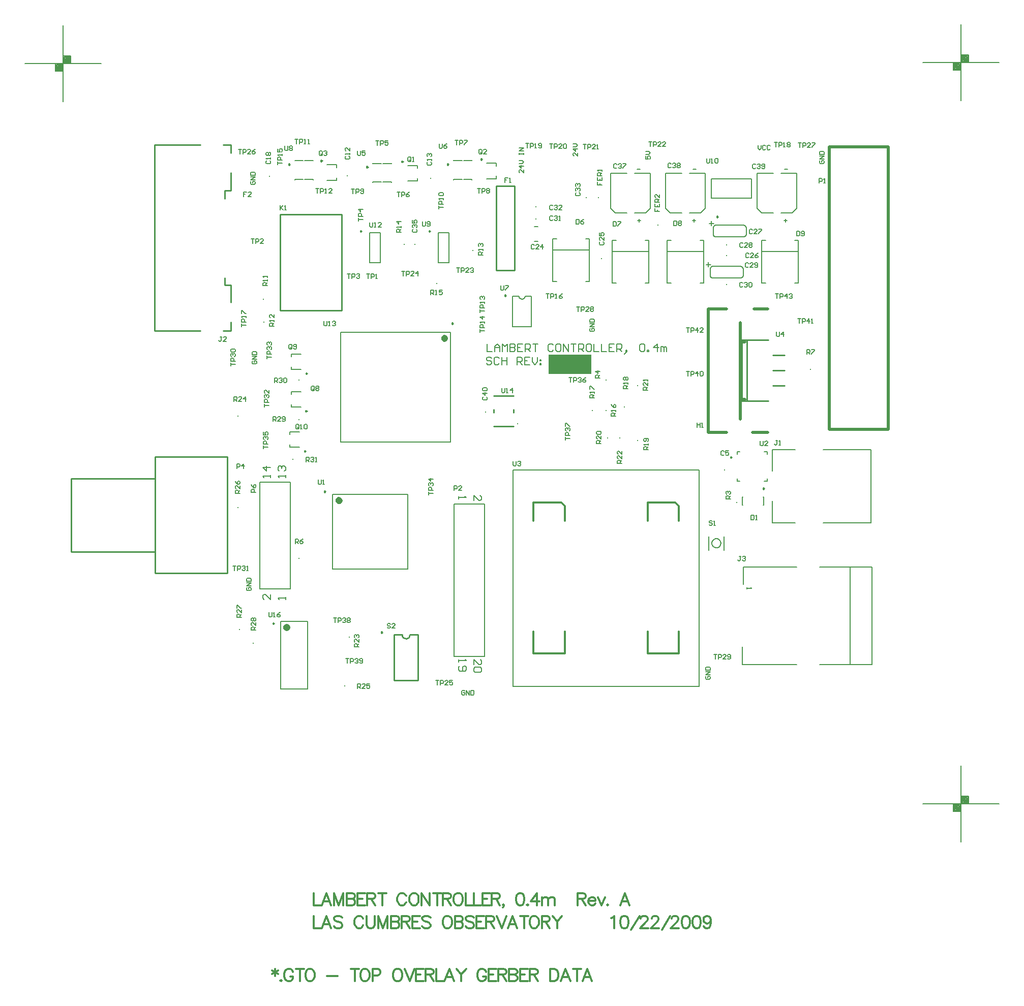
<source format=gto>
%FSLAX23Y23*%
%MOIN*%
G70*
G01*
G75*
G04 Layer_Color=65535*
%ADD10R,0.050X0.050*%
%ADD11R,0.035X0.053*%
%ADD12R,0.053X0.053*%
%ADD13R,0.050X0.050*%
%ADD14R,0.070X0.135*%
%ADD15O,0.087X0.024*%
%ADD16R,0.135X0.070*%
%ADD17R,0.030X0.125*%
%ADD18R,0.078X0.048*%
%ADD19R,0.067X0.040*%
%ADD20R,0.037X0.035*%
%ADD21R,0.037X0.035*%
%ADD22R,0.065X0.012*%
%ADD23R,0.065X0.024*%
%ADD24R,0.075X0.063*%
%ADD25R,0.063X0.106*%
%ADD26R,0.150X0.110*%
%ADD27O,0.028X0.018*%
%ADD28R,0.067X0.067*%
%ADD29R,0.125X0.170*%
%ADD30R,0.110X0.030*%
%ADD31R,0.067X0.014*%
%ADD32O,0.083X0.012*%
%ADD33O,0.012X0.083*%
%ADD34R,0.138X0.085*%
%ADD35R,0.043X0.085*%
%ADD36R,0.043X0.085*%
%ADD37R,0.047X0.055*%
%ADD38O,0.012X0.071*%
%ADD39O,0.071X0.012*%
%ADD40R,0.075X0.059*%
%ADD41R,0.017X0.017*%
%ADD42R,0.134X0.134*%
%ADD43O,0.010X0.035*%
%ADD44O,0.035X0.010*%
%ADD45C,0.005*%
%ADD46C,0.010*%
%ADD47C,0.040*%
%ADD48C,0.020*%
%ADD49C,0.012*%
%ADD50C,0.008*%
%ADD51C,0.012*%
%ADD52C,0.012*%
%ADD53C,0.120*%
%ADD54C,0.060*%
%ADD55C,0.079*%
%ADD56C,0.087*%
%ADD57C,0.020*%
%ADD58C,0.059*%
%ADD59R,0.059X0.059*%
%ADD60C,0.080*%
%ADD61R,0.080X0.080*%
%ADD62C,0.157*%
%ADD63C,0.047*%
%ADD64R,0.087X0.087*%
%ADD65C,0.250*%
%ADD66R,0.062X0.062*%
%ADD67C,0.062*%
%ADD68C,0.030*%
%ADD69C,0.024*%
%ADD70C,0.028*%
%ADD71C,0.090*%
%ADD72C,0.050*%
%ADD73C,0.130*%
%ADD74C,0.103*%
%ADD75C,0.071*%
%ADD76C,0.030*%
%ADD77C,0.055*%
G04:AMPARAMS|DCode=78|XSize=100mil|YSize=100mil|CornerRadius=0mil|HoleSize=0mil|Usage=FLASHONLY|Rotation=0.000|XOffset=0mil|YOffset=0mil|HoleType=Round|Shape=Relief|Width=10mil|Gap=10mil|Entries=4|*
%AMTHD78*
7,0,0,0.100,0.080,0.010,45*
%
%ADD78THD78*%
%ADD79C,0.111*%
%ADD80C,0.056*%
%ADD81C,0.147*%
%ADD82C,0.044*%
%ADD83C,0.059*%
%ADD84C,0.048*%
%ADD85C,0.067*%
%ADD86C,0.140*%
%ADD87C,0.055*%
%ADD88C,0.036*%
G04:AMPARAMS|DCode=89|XSize=70mil|YSize=70mil|CornerRadius=0mil|HoleSize=0mil|Usage=FLASHONLY|Rotation=0.000|XOffset=0mil|YOffset=0mil|HoleType=Round|Shape=Relief|Width=10mil|Gap=10mil|Entries=4|*
%AMTHD89*
7,0,0,0.070,0.050,0.010,45*
%
%ADD89THD89*%
%ADD90C,0.033*%
G04:AMPARAMS|DCode=91|XSize=90mil|YSize=90mil|CornerRadius=0mil|HoleSize=0mil|Usage=FLASHONLY|Rotation=0.000|XOffset=0mil|YOffset=0mil|HoleType=Round|Shape=Relief|Width=10mil|Gap=10mil|Entries=4|*
%AMTHD91*
7,0,0,0.090,0.070,0.010,45*
%
%ADD91THD91*%
G04:AMPARAMS|DCode=92|XSize=111.181mil|YSize=111.181mil|CornerRadius=0mil|HoleSize=0mil|Usage=FLASHONLY|Rotation=0.000|XOffset=0mil|YOffset=0mil|HoleType=Round|Shape=Relief|Width=10mil|Gap=10mil|Entries=4|*
%AMTHD92*
7,0,0,0.111,0.091,0.010,45*
%
%ADD92THD92*%
G04:AMPARAMS|DCode=93|XSize=95.433mil|YSize=95.433mil|CornerRadius=0mil|HoleSize=0mil|Usage=FLASHONLY|Rotation=0.000|XOffset=0mil|YOffset=0mil|HoleType=Round|Shape=Relief|Width=10mil|Gap=10mil|Entries=4|*
%AMTHD93*
7,0,0,0.095,0.075,0.010,45*
%
%ADD93THD93*%
G04:AMPARAMS|DCode=94|XSize=150.551mil|YSize=150.551mil|CornerRadius=0mil|HoleSize=0mil|Usage=FLASHONLY|Rotation=0.000|XOffset=0mil|YOffset=0mil|HoleType=Round|Shape=Relief|Width=10mil|Gap=10mil|Entries=4|*
%AMTHD94*
7,0,0,0.151,0.131,0.010,45*
%
%ADD94THD94*%
G04:AMPARAMS|DCode=95|XSize=96.221mil|YSize=96.221mil|CornerRadius=0mil|HoleSize=0mil|Usage=FLASHONLY|Rotation=0.000|XOffset=0mil|YOffset=0mil|HoleType=Round|Shape=Relief|Width=10mil|Gap=10mil|Entries=4|*
%AMTHD95*
7,0,0,0.096,0.076,0.010,45*
%
%ADD95THD95*%
G04:AMPARAMS|DCode=96|XSize=107.244mil|YSize=107.244mil|CornerRadius=0mil|HoleSize=0mil|Usage=FLASHONLY|Rotation=0.000|XOffset=0mil|YOffset=0mil|HoleType=Round|Shape=Relief|Width=10mil|Gap=10mil|Entries=4|*
%AMTHD96*
7,0,0,0.107,0.087,0.010,45*
%
%ADD96THD96*%
G04:AMPARAMS|DCode=97|XSize=180mil|YSize=180mil|CornerRadius=0mil|HoleSize=0mil|Usage=FLASHONLY|Rotation=0.000|XOffset=0mil|YOffset=0mil|HoleType=Round|Shape=Relief|Width=10mil|Gap=10mil|Entries=4|*
%AMTHD97*
7,0,0,0.180,0.160,0.010,45*
%
%ADD97THD97*%
G04:AMPARAMS|DCode=98|XSize=95mil|YSize=95mil|CornerRadius=0mil|HoleSize=0mil|Usage=FLASHONLY|Rotation=0.000|XOffset=0mil|YOffset=0mil|HoleType=Round|Shape=Relief|Width=10mil|Gap=10mil|Entries=4|*
%AMTHD98*
7,0,0,0.095,0.075,0.010,45*
%
%ADD98THD98*%
G04:AMPARAMS|DCode=99|XSize=75.748mil|YSize=75.748mil|CornerRadius=0mil|HoleSize=0mil|Usage=FLASHONLY|Rotation=0.000|XOffset=0mil|YOffset=0mil|HoleType=Round|Shape=Relief|Width=10mil|Gap=10mil|Entries=4|*
%AMTHD99*
7,0,0,0.076,0.056,0.010,45*
%
%ADD99THD99*%
G04:AMPARAMS|DCode=100|XSize=73mil|YSize=73mil|CornerRadius=0mil|HoleSize=0mil|Usage=FLASHONLY|Rotation=0.000|XOffset=0mil|YOffset=0mil|HoleType=Round|Shape=Relief|Width=10mil|Gap=10mil|Entries=4|*
%AMTHD100*
7,0,0,0.073,0.053,0.010,45*
%
%ADD100THD100*%
%ADD101R,0.048X0.078*%
%ADD102R,0.200X0.040*%
%ADD103R,0.200X0.150*%
%ADD104R,0.106X0.150*%
%ADD105R,0.086X0.060*%
%ADD106R,0.130X0.094*%
%ADD107R,0.098X0.268*%
%ADD108R,0.035X0.037*%
%ADD109R,0.035X0.037*%
%ADD110C,0.010*%
%ADD111C,0.010*%
%ADD112C,0.007*%
%ADD113C,0.008*%
%ADD114C,0.024*%
%ADD115C,0.012*%
%ADD116C,0.012*%
%ADD117R,0.280X0.130*%
D45*
X21336Y12784D02*
X21361D01*
Y12504D02*
Y12784D01*
X21336Y12504D02*
X21361D01*
X21121D02*
X21146D01*
X21121D02*
Y12784D01*
X21146D01*
X21121Y12709D02*
X21361D01*
X22706Y12774D02*
X22731D01*
Y12494D02*
Y12774D01*
X22706Y12494D02*
X22731D01*
X22491D02*
X22516D01*
X22491D02*
Y12774D01*
X22516D01*
X22491Y12699D02*
X22731D01*
X22086Y12774D02*
X22111D01*
Y12494D02*
Y12774D01*
X22086Y12494D02*
X22111D01*
X21871D02*
X21896D01*
X21871D02*
Y12774D01*
X21896D01*
X21871Y12699D02*
X22111D01*
X21726Y12774D02*
X21751D01*
Y12494D02*
Y12774D01*
X21726Y12494D02*
X21751D01*
X21511D02*
X21536D01*
X21511D02*
Y12774D01*
X21536D01*
X21511Y12699D02*
X21751D01*
X22066Y11577D02*
Y11547D01*
Y11562D01*
X22086D01*
Y11577D01*
Y11547D01*
X22096D02*
X22106D01*
X22101D01*
Y11577D01*
X22096Y11572D01*
X22244Y11387D02*
X22239Y11392D01*
X22229D01*
X22224Y11387D01*
Y11367D01*
X22229Y11362D01*
X22239D01*
X22244Y11367D01*
X22274Y11392D02*
X22254D01*
Y11377D01*
X22264Y11382D01*
X22269D01*
X22274Y11377D01*
Y11367D01*
X22269Y11362D01*
X22259D01*
X22254Y11367D01*
X19765Y13326D02*
X19760Y13321D01*
Y13311D01*
X19765Y13306D01*
X19785D01*
X19790Y13311D01*
Y13321D01*
X19785Y13326D01*
X19790Y13336D02*
Y13346D01*
Y13341D01*
X19760D01*
X19765Y13336D01*
X19790Y13381D02*
Y13361D01*
X19770Y13381D01*
X19765D01*
X19760Y13376D01*
Y13366D01*
X19765Y13361D01*
X20301Y13288D02*
X20296Y13283D01*
Y13273D01*
X20301Y13268D01*
X20321D01*
X20326Y13273D01*
Y13283D01*
X20321Y13288D01*
X20326Y13298D02*
Y13308D01*
Y13303D01*
X20296D01*
X20301Y13298D01*
Y13323D02*
X20296Y13328D01*
Y13338D01*
X20301Y13343D01*
X20306D01*
X20311Y13338D01*
Y13333D01*
Y13338D01*
X20316Y13343D01*
X20321D01*
X20326Y13338D01*
Y13328D01*
X20321Y13323D01*
X19246Y13296D02*
X19241Y13291D01*
Y13281D01*
X19246Y13276D01*
X19266D01*
X19271Y13281D01*
Y13291D01*
X19266Y13296D01*
X19271Y13306D02*
Y13316D01*
Y13311D01*
X19241D01*
X19246Y13306D01*
Y13331D02*
X19241Y13336D01*
Y13346D01*
X19246Y13351D01*
X19251D01*
X19256Y13346D01*
X19261Y13351D01*
X19266D01*
X19271Y13346D01*
Y13336D01*
X19266Y13331D01*
X19261D01*
X19256Y13336D01*
X19251Y13331D01*
X19246D01*
X19256Y13336D02*
Y13346D01*
X21000Y12740D02*
X20995Y12745D01*
X20985D01*
X20980Y12740D01*
Y12720D01*
X20985Y12715D01*
X20995D01*
X21000Y12720D01*
X21030Y12715D02*
X21010D01*
X21030Y12735D01*
Y12740D01*
X21025Y12745D01*
X21015D01*
X21010Y12740D01*
X21055Y12715D02*
Y12745D01*
X21040Y12730D01*
X21060D01*
X21431Y12764D02*
X21426Y12759D01*
Y12749D01*
X21431Y12744D01*
X21451D01*
X21456Y12749D01*
Y12759D01*
X21451Y12764D01*
X21456Y12794D02*
Y12774D01*
X21436Y12794D01*
X21431D01*
X21426Y12789D01*
Y12779D01*
X21431Y12774D01*
X21426Y12824D02*
Y12804D01*
X21441D01*
X21436Y12814D01*
Y12819D01*
X21441Y12824D01*
X21451D01*
X21456Y12819D01*
Y12809D01*
X21451Y12804D01*
X22406Y12684D02*
X22401Y12689D01*
X22391D01*
X22386Y12684D01*
Y12664D01*
X22391Y12659D01*
X22401D01*
X22406Y12664D01*
X22436Y12659D02*
X22416D01*
X22436Y12679D01*
Y12684D01*
X22431Y12689D01*
X22421D01*
X22416Y12684D01*
X22466Y12689D02*
X22456Y12684D01*
X22446Y12674D01*
Y12664D01*
X22451Y12659D01*
X22461D01*
X22466Y12664D01*
Y12669D01*
X22461Y12674D01*
X22446D01*
X22429Y12841D02*
X22424Y12846D01*
X22414D01*
X22409Y12841D01*
Y12821D01*
X22414Y12816D01*
X22424D01*
X22429Y12821D01*
X22459Y12816D02*
X22439D01*
X22459Y12836D01*
Y12841D01*
X22454Y12846D01*
X22444D01*
X22439Y12841D01*
X22469Y12846D02*
X22489D01*
Y12841D01*
X22469Y12821D01*
Y12816D01*
X22368Y12753D02*
X22363Y12758D01*
X22353D01*
X22348Y12753D01*
Y12733D01*
X22353Y12728D01*
X22363D01*
X22368Y12733D01*
X22398Y12728D02*
X22378D01*
X22398Y12748D01*
Y12753D01*
X22393Y12758D01*
X22383D01*
X22378Y12753D01*
X22408D02*
X22413Y12758D01*
X22423D01*
X22428Y12753D01*
Y12748D01*
X22423Y12743D01*
X22428Y12738D01*
Y12733D01*
X22423Y12728D01*
X22413D01*
X22408Y12733D01*
Y12738D01*
X22413Y12743D01*
X22408Y12748D01*
Y12753D01*
X22413Y12743D02*
X22423D01*
X22405Y12620D02*
X22400Y12625D01*
X22390D01*
X22385Y12620D01*
Y12600D01*
X22390Y12595D01*
X22400D01*
X22405Y12600D01*
X22435Y12595D02*
X22415D01*
X22435Y12615D01*
Y12620D01*
X22430Y12625D01*
X22420D01*
X22415Y12620D01*
X22445Y12600D02*
X22450Y12595D01*
X22460D01*
X22465Y12600D01*
Y12620D01*
X22460Y12625D01*
X22450D01*
X22445Y12620D01*
Y12615D01*
X22450Y12610D01*
X22465D01*
X22367Y12493D02*
X22362Y12498D01*
X22352D01*
X22347Y12493D01*
Y12473D01*
X22352Y12468D01*
X22362D01*
X22367Y12473D01*
X22377Y12493D02*
X22382Y12498D01*
X22392D01*
X22397Y12493D01*
Y12488D01*
X22392Y12483D01*
X22387D01*
X22392D01*
X22397Y12478D01*
Y12473D01*
X22392Y12468D01*
X22382D01*
X22377Y12473D01*
X22407Y12493D02*
X22412Y12498D01*
X22422D01*
X22427Y12493D01*
Y12473D01*
X22422Y12468D01*
X22412D01*
X22407Y12473D01*
Y12493D01*
X21121Y12929D02*
X21116Y12934D01*
X21106D01*
X21101Y12929D01*
Y12909D01*
X21106Y12904D01*
X21116D01*
X21121Y12909D01*
X21131Y12929D02*
X21136Y12934D01*
X21146D01*
X21151Y12929D01*
Y12924D01*
X21146Y12919D01*
X21141D01*
X21146D01*
X21151Y12914D01*
Y12909D01*
X21146Y12904D01*
X21136D01*
X21131Y12909D01*
X21161Y12904D02*
X21171D01*
X21166D01*
Y12934D01*
X21161Y12929D01*
X21121Y12999D02*
X21116Y13004D01*
X21106D01*
X21101Y12999D01*
Y12979D01*
X21106Y12974D01*
X21116D01*
X21121Y12979D01*
X21131Y12999D02*
X21136Y13004D01*
X21146D01*
X21151Y12999D01*
Y12994D01*
X21146Y12989D01*
X21141D01*
X21146D01*
X21151Y12984D01*
Y12979D01*
X21146Y12974D01*
X21136D01*
X21131Y12979D01*
X21181Y12974D02*
X21161D01*
X21181Y12994D01*
Y12999D01*
X21176Y13004D01*
X21166D01*
X21161Y12999D01*
X21275Y13085D02*
X21270Y13080D01*
Y13070D01*
X21275Y13065D01*
X21295D01*
X21300Y13070D01*
Y13080D01*
X21295Y13085D01*
X21275Y13095D02*
X21270Y13100D01*
Y13110D01*
X21275Y13115D01*
X21280D01*
X21285Y13110D01*
Y13105D01*
Y13110D01*
X21290Y13115D01*
X21295D01*
X21300Y13110D01*
Y13100D01*
X21295Y13095D01*
X21275Y13125D02*
X21270Y13130D01*
Y13140D01*
X21275Y13145D01*
X21280D01*
X21285Y13140D01*
Y13135D01*
Y13140D01*
X21290Y13145D01*
X21295D01*
X21300Y13140D01*
Y13130D01*
X21295Y13125D01*
X20206Y12845D02*
X20201Y12840D01*
Y12830D01*
X20206Y12825D01*
X20226D01*
X20231Y12830D01*
Y12840D01*
X20226Y12845D01*
X20206Y12855D02*
X20201Y12860D01*
Y12870D01*
X20206Y12875D01*
X20211D01*
X20216Y12870D01*
Y12865D01*
Y12870D01*
X20221Y12875D01*
X20226D01*
X20231Y12870D01*
Y12860D01*
X20226Y12855D01*
X20201Y12905D02*
Y12885D01*
X20216D01*
X20211Y12895D01*
Y12900D01*
X20216Y12905D01*
X20226D01*
X20231Y12900D01*
Y12890D01*
X20226Y12885D01*
X21541Y13271D02*
X21536Y13276D01*
X21526D01*
X21521Y13271D01*
Y13251D01*
X21526Y13246D01*
X21536D01*
X21541Y13251D01*
X21551Y13271D02*
X21556Y13276D01*
X21566D01*
X21571Y13271D01*
Y13266D01*
X21566Y13261D01*
X21561D01*
X21566D01*
X21571Y13256D01*
Y13251D01*
X21566Y13246D01*
X21556D01*
X21551Y13251D01*
X21581Y13276D02*
X21601D01*
Y13271D01*
X21581Y13251D01*
Y13246D01*
X21896Y13274D02*
X21891Y13279D01*
X21881D01*
X21876Y13274D01*
Y13254D01*
X21881Y13249D01*
X21891D01*
X21896Y13254D01*
X21906Y13274D02*
X21911Y13279D01*
X21921D01*
X21926Y13274D01*
Y13269D01*
X21921Y13264D01*
X21916D01*
X21921D01*
X21926Y13259D01*
Y13254D01*
X21921Y13249D01*
X21911D01*
X21906Y13254D01*
X21936Y13274D02*
X21941Y13279D01*
X21951D01*
X21956Y13274D01*
Y13269D01*
X21951Y13264D01*
X21956Y13259D01*
Y13254D01*
X21951Y13249D01*
X21941D01*
X21936Y13254D01*
Y13259D01*
X21941Y13264D01*
X21936Y13269D01*
Y13274D01*
X21941Y13264D02*
X21951D01*
X22451Y13269D02*
X22446Y13274D01*
X22436D01*
X22431Y13269D01*
Y13249D01*
X22436Y13244D01*
X22446D01*
X22451Y13249D01*
X22461Y13269D02*
X22466Y13274D01*
X22476D01*
X22481Y13269D01*
Y13264D01*
X22476Y13259D01*
X22471D01*
X22476D01*
X22481Y13254D01*
Y13249D01*
X22476Y13244D01*
X22466D01*
X22461Y13249D01*
X22491D02*
X22496Y13244D01*
X22506D01*
X22511Y13249D01*
Y13269D01*
X22506Y13274D01*
X22496D01*
X22491Y13269D01*
Y13264D01*
X22496Y13259D01*
X22511D01*
X20666Y11746D02*
X20661Y11741D01*
Y11731D01*
X20666Y11726D01*
X20686D01*
X20691Y11731D01*
Y11741D01*
X20686Y11746D01*
X20691Y11771D02*
X20661D01*
X20676Y11756D01*
Y11776D01*
X20666Y11786D02*
X20661Y11791D01*
Y11801D01*
X20666Y11806D01*
X20686D01*
X20691Y11801D01*
Y11791D01*
X20686Y11786D01*
X20666D01*
X22422Y10971D02*
Y10941D01*
X22437D01*
X22442Y10946D01*
Y10966D01*
X22437Y10971D01*
X22422D01*
X22452Y10941D02*
X22462D01*
X22457D01*
Y10971D01*
X22452Y10966D01*
X21274Y12911D02*
Y12881D01*
X21289D01*
X21294Y12886D01*
Y12906D01*
X21289Y12911D01*
X21274D01*
X21324D02*
X21314Y12906D01*
X21304Y12896D01*
Y12886D01*
X21309Y12881D01*
X21319D01*
X21324Y12886D01*
Y12891D01*
X21319Y12896D01*
X21304D01*
X21517Y12895D02*
Y12865D01*
X21532D01*
X21537Y12870D01*
Y12890D01*
X21532Y12895D01*
X21517D01*
X21547D02*
X21567D01*
Y12890D01*
X21547Y12870D01*
Y12865D01*
X21914Y12900D02*
Y12870D01*
X21929D01*
X21934Y12875D01*
Y12895D01*
X21929Y12900D01*
X21914D01*
X21944Y12895D02*
X21949Y12900D01*
X21959D01*
X21964Y12895D01*
Y12890D01*
X21959Y12885D01*
X21964Y12880D01*
Y12875D01*
X21959Y12870D01*
X21949D01*
X21944Y12875D01*
Y12880D01*
X21949Y12885D01*
X21944Y12890D01*
Y12895D01*
X21949Y12885D02*
X21959D01*
X22719Y12832D02*
Y12802D01*
X22734D01*
X22739Y12807D01*
Y12827D01*
X22734Y12832D01*
X22719D01*
X22749Y12807D02*
X22754Y12802D01*
X22764D01*
X22769Y12807D01*
Y12827D01*
X22764Y12832D01*
X22754D01*
X22749Y12827D01*
Y12822D01*
X22754Y12817D01*
X22769D01*
X20827Y13184D02*
X20807D01*
Y13169D01*
X20817D01*
X20807D01*
Y13154D01*
X20837D02*
X20847D01*
X20842D01*
Y13184D01*
X20837Y13179D01*
X19114Y13090D02*
X19094D01*
Y13075D01*
X19104D01*
X19094D01*
Y13060D01*
X19144D02*
X19124D01*
X19144Y13080D01*
Y13085D01*
X19139Y13090D01*
X19129D01*
X19124Y13085D01*
X21415Y13157D02*
Y13137D01*
X21430D01*
Y13147D01*
Y13137D01*
X21445D01*
X21415Y13187D02*
Y13167D01*
X21445D01*
Y13187D01*
X21430Y13167D02*
Y13177D01*
X21445Y13197D02*
X21415D01*
Y13212D01*
X21420Y13217D01*
X21430D01*
X21435Y13212D01*
Y13197D01*
Y13207D02*
X21445Y13217D01*
Y13227D02*
Y13237D01*
Y13232D01*
X21415D01*
X21420Y13227D01*
X21791Y12984D02*
Y12964D01*
X21806D01*
Y12974D01*
Y12964D01*
X21821D01*
X21791Y13014D02*
Y12994D01*
X21821D01*
Y13014D01*
X21806Y12994D02*
Y13004D01*
X21821Y13024D02*
X21791D01*
Y13039D01*
X21796Y13044D01*
X21806D01*
X21811Y13039D01*
Y13024D01*
Y13034D02*
X21821Y13044D01*
Y13074D02*
Y13054D01*
X21801Y13074D01*
X21796D01*
X21791Y13069D01*
Y13059D01*
X21796Y13054D01*
X22595Y11461D02*
X22585D01*
X22590D01*
Y11436D01*
X22585Y11431D01*
X22580D01*
X22575Y11436D01*
X22605Y11431D02*
X22615D01*
X22610D01*
Y11461D01*
X22605Y11456D01*
X18951Y12141D02*
X18941D01*
X18946D01*
Y12116D01*
X18941Y12111D01*
X18936D01*
X18931Y12116D01*
X18981Y12111D02*
X18961D01*
X18981Y12131D01*
Y12136D01*
X18976Y12141D01*
X18966D01*
X18961Y12136D01*
X22355Y10701D02*
X22345D01*
X22350D01*
Y10676D01*
X22345Y10671D01*
X22340D01*
X22335Y10676D01*
X22365Y10696D02*
X22370Y10701D01*
X22380D01*
X22385Y10696D01*
Y10691D01*
X22380Y10686D01*
X22375D01*
X22380D01*
X22385Y10681D01*
Y10676D01*
X22380Y10671D01*
X22370D01*
X22365Y10676D01*
X19333Y13003D02*
Y12973D01*
Y12983D01*
X19353Y13003D01*
X19338Y12988D01*
X19353Y12973D01*
X19363D02*
X19373D01*
X19368D01*
Y13003D01*
X19363Y12998D01*
X22868Y13149D02*
Y13179D01*
X22883D01*
X22888Y13174D01*
Y13164D01*
X22883Y13159D01*
X22868D01*
X22898Y13149D02*
X22908D01*
X22903D01*
Y13179D01*
X22898Y13174D01*
X20474Y11132D02*
Y11162D01*
X20489D01*
X20494Y11157D01*
Y11147D01*
X20489Y11142D01*
X20474D01*
X20524Y11132D02*
X20504D01*
X20524Y11152D01*
Y11157D01*
X20519Y11162D01*
X20509D01*
X20504Y11157D01*
X19049Y11278D02*
Y11308D01*
X19064D01*
X19069Y11303D01*
Y11293D01*
X19064Y11288D01*
X19049D01*
X19094Y11278D02*
Y11308D01*
X19079Y11293D01*
X19099D01*
X19175Y11121D02*
X19145D01*
Y11136D01*
X19150Y11141D01*
X19160D01*
X19165Y11136D01*
Y11121D01*
X19145Y11171D02*
X19150Y11161D01*
X19160Y11151D01*
X19170D01*
X19175Y11156D01*
Y11166D01*
X19170Y11171D01*
X19165D01*
X19160Y11166D01*
Y11151D01*
X20192Y13295D02*
Y13315D01*
X20187Y13320D01*
X20177D01*
X20172Y13315D01*
Y13295D01*
X20177Y13290D01*
X20187D01*
X20182Y13300D02*
X20192Y13290D01*
X20187D02*
X20192Y13295D01*
X20202Y13290D02*
X20212D01*
X20207D01*
Y13320D01*
X20202Y13315D01*
X20657Y13345D02*
Y13365D01*
X20652Y13370D01*
X20642D01*
X20637Y13365D01*
Y13345D01*
X20642Y13340D01*
X20652D01*
X20647Y13350D02*
X20657Y13340D01*
X20652D02*
X20657Y13345D01*
X20687Y13340D02*
X20667D01*
X20687Y13360D01*
Y13365D01*
X20682Y13370D01*
X20672D01*
X20667Y13365D01*
X19609Y13335D02*
Y13355D01*
X19604Y13360D01*
X19594D01*
X19589Y13355D01*
Y13335D01*
X19594Y13330D01*
X19604D01*
X19599Y13340D02*
X19609Y13330D01*
X19604D02*
X19609Y13335D01*
X19619Y13355D02*
X19624Y13360D01*
X19634D01*
X19639Y13355D01*
Y13350D01*
X19634Y13345D01*
X19629D01*
X19634D01*
X19639Y13340D01*
Y13335D01*
X19634Y13330D01*
X19624D01*
X19619Y13335D01*
X19558Y11792D02*
Y11812D01*
X19553Y11817D01*
X19543D01*
X19538Y11812D01*
Y11792D01*
X19543Y11787D01*
X19553D01*
X19548Y11797D02*
X19558Y11787D01*
X19553D02*
X19558Y11792D01*
X19568Y11812D02*
X19573Y11817D01*
X19583D01*
X19588Y11812D01*
Y11807D01*
X19583Y11802D01*
X19588Y11797D01*
Y11792D01*
X19583Y11787D01*
X19573D01*
X19568Y11792D01*
Y11797D01*
X19573Y11802D01*
X19568Y11807D01*
Y11812D01*
X19573Y11802D02*
X19583D01*
X19412Y12065D02*
Y12085D01*
X19407Y12090D01*
X19397D01*
X19392Y12085D01*
Y12065D01*
X19397Y12060D01*
X19407D01*
X19402Y12070D02*
X19412Y12060D01*
X19407D02*
X19412Y12065D01*
X19422D02*
X19427Y12060D01*
X19437D01*
X19442Y12065D01*
Y12085D01*
X19437Y12090D01*
X19427D01*
X19422Y12085D01*
Y12080D01*
X19427Y12075D01*
X19442D01*
X19457Y11540D02*
Y11560D01*
X19452Y11565D01*
X19442D01*
X19437Y11560D01*
Y11540D01*
X19442Y11535D01*
X19452D01*
X19447Y11545D02*
X19457Y11535D01*
X19452D02*
X19457Y11540D01*
X19467Y11535D02*
X19477D01*
X19472D01*
Y11565D01*
X19467Y11560D01*
X19492D02*
X19497Y11565D01*
X19507D01*
X19512Y11560D01*
Y11540D01*
X19507Y11535D01*
X19497D01*
X19492Y11540D01*
Y11560D01*
X22287Y11078D02*
X22257D01*
Y11093D01*
X22262Y11098D01*
X22272D01*
X22277Y11093D01*
Y11078D01*
Y11088D02*
X22287Y11098D01*
X22262Y11108D02*
X22257Y11113D01*
Y11123D01*
X22262Y11128D01*
X22267D01*
X22272Y11123D01*
Y11118D01*
Y11123D01*
X22277Y11128D01*
X22282D01*
X22287Y11123D01*
Y11113D01*
X22282Y11108D01*
X21432Y11869D02*
X21402D01*
Y11884D01*
X21407Y11889D01*
X21417D01*
X21422Y11884D01*
Y11869D01*
Y11879D02*
X21432Y11889D01*
Y11914D02*
X21402D01*
X21417Y11899D01*
Y11919D01*
X19433Y10784D02*
Y10814D01*
X19448D01*
X19453Y10809D01*
Y10799D01*
X19448Y10794D01*
X19433D01*
X19443D02*
X19453Y10784D01*
X19483Y10814D02*
X19473Y10809D01*
X19463Y10799D01*
Y10789D01*
X19468Y10784D01*
X19478D01*
X19483Y10789D01*
Y10794D01*
X19478Y10799D01*
X19463D01*
X22787Y12025D02*
Y12055D01*
X22802D01*
X22807Y12050D01*
Y12040D01*
X22802Y12035D01*
X22787D01*
X22797D02*
X22807Y12025D01*
X22817Y12055D02*
X22837D01*
Y12050D01*
X22817Y12030D01*
Y12025D01*
X19252Y12475D02*
X19222D01*
Y12490D01*
X19227Y12495D01*
X19237D01*
X19242Y12490D01*
Y12475D01*
Y12485D02*
X19252Y12495D01*
Y12505D02*
Y12515D01*
Y12510D01*
X19222D01*
X19227Y12505D01*
X19252Y12530D02*
Y12540D01*
Y12535D01*
X19222D01*
X19227Y12530D01*
X19295Y12211D02*
X19265D01*
Y12226D01*
X19270Y12231D01*
X19280D01*
X19285Y12226D01*
Y12211D01*
Y12221D02*
X19295Y12231D01*
Y12241D02*
Y12251D01*
Y12246D01*
X19265D01*
X19270Y12241D01*
X19295Y12286D02*
Y12266D01*
X19275Y12286D01*
X19270D01*
X19265Y12281D01*
Y12271D01*
X19270Y12266D01*
X20663Y12677D02*
X20633D01*
Y12692D01*
X20638Y12697D01*
X20648D01*
X20653Y12692D01*
Y12677D01*
Y12687D02*
X20663Y12697D01*
Y12707D02*
Y12717D01*
Y12712D01*
X20633D01*
X20638Y12707D01*
Y12732D02*
X20633Y12737D01*
Y12747D01*
X20638Y12752D01*
X20643D01*
X20648Y12747D01*
Y12742D01*
Y12747D01*
X20653Y12752D01*
X20658D01*
X20663Y12747D01*
Y12737D01*
X20658Y12732D01*
X20126Y12825D02*
X20096D01*
Y12840D01*
X20101Y12845D01*
X20111D01*
X20116Y12840D01*
Y12825D01*
Y12835D02*
X20126Y12845D01*
Y12855D02*
Y12865D01*
Y12860D01*
X20096D01*
X20101Y12855D01*
X20126Y12895D02*
X20096D01*
X20111Y12880D01*
Y12900D01*
X20321Y12417D02*
Y12447D01*
X20336D01*
X20341Y12442D01*
Y12432D01*
X20336Y12427D01*
X20321D01*
X20331D02*
X20341Y12417D01*
X20351D02*
X20361D01*
X20356D01*
Y12447D01*
X20351Y12442D01*
X20396Y12447D02*
X20376D01*
Y12432D01*
X20386Y12437D01*
X20391D01*
X20396Y12432D01*
Y12422D01*
X20391Y12417D01*
X20381D01*
X20376Y12422D01*
X21535Y11621D02*
X21505D01*
Y11636D01*
X21510Y11641D01*
X21520D01*
X21525Y11636D01*
Y11621D01*
Y11631D02*
X21535Y11641D01*
Y11651D02*
Y11661D01*
Y11656D01*
X21505D01*
X21510Y11651D01*
X21505Y11696D02*
X21510Y11686D01*
X21520Y11676D01*
X21530D01*
X21535Y11681D01*
Y11691D01*
X21530Y11696D01*
X21525D01*
X21520Y11691D01*
Y11676D01*
X21395Y11741D02*
X21365D01*
Y11756D01*
X21370Y11761D01*
X21380D01*
X21385Y11756D01*
Y11741D01*
Y11751D02*
X21395Y11761D01*
Y11771D02*
Y11781D01*
Y11776D01*
X21365D01*
X21370Y11771D01*
X21365Y11796D02*
Y11816D01*
X21370D01*
X21390Y11796D01*
X21395D01*
X21615Y11800D02*
X21585D01*
Y11815D01*
X21590Y11820D01*
X21600D01*
X21605Y11815D01*
Y11800D01*
Y11810D02*
X21615Y11820D01*
Y11830D02*
Y11840D01*
Y11835D01*
X21585D01*
X21590Y11830D01*
Y11855D02*
X21585Y11860D01*
Y11870D01*
X21590Y11875D01*
X21595D01*
X21600Y11870D01*
X21605Y11875D01*
X21610D01*
X21615Y11870D01*
Y11860D01*
X21610Y11855D01*
X21605D01*
X21600Y11860D01*
X21595Y11855D01*
X21590D01*
X21600Y11860D02*
Y11870D01*
X21748Y11399D02*
X21718D01*
Y11414D01*
X21723Y11419D01*
X21733D01*
X21738Y11414D01*
Y11399D01*
Y11409D02*
X21748Y11419D01*
Y11429D02*
Y11439D01*
Y11434D01*
X21718D01*
X21723Y11429D01*
X21743Y11454D02*
X21748Y11459D01*
Y11469D01*
X21743Y11474D01*
X21723D01*
X21718Y11469D01*
Y11459D01*
X21723Y11454D01*
X21728D01*
X21733Y11459D01*
Y11474D01*
X21438Y11441D02*
X21408D01*
Y11456D01*
X21413Y11461D01*
X21423D01*
X21428Y11456D01*
Y11441D01*
Y11451D02*
X21438Y11461D01*
Y11491D02*
Y11471D01*
X21418Y11491D01*
X21413D01*
X21408Y11486D01*
Y11476D01*
X21413Y11471D01*
Y11501D02*
X21408Y11506D01*
Y11516D01*
X21413Y11521D01*
X21433D01*
X21438Y11516D01*
Y11506D01*
X21433Y11501D01*
X21413D01*
X21744Y11791D02*
X21714D01*
Y11806D01*
X21719Y11811D01*
X21729D01*
X21734Y11806D01*
Y11791D01*
Y11801D02*
X21744Y11811D01*
Y11841D02*
Y11821D01*
X21724Y11841D01*
X21719D01*
X21714Y11836D01*
Y11826D01*
X21719Y11821D01*
X21744Y11851D02*
Y11861D01*
Y11856D01*
X21714D01*
X21719Y11851D01*
X21575Y11311D02*
X21545D01*
Y11326D01*
X21550Y11331D01*
X21560D01*
X21565Y11326D01*
Y11311D01*
Y11321D02*
X21575Y11331D01*
Y11361D02*
Y11341D01*
X21555Y11361D01*
X21550D01*
X21545Y11356D01*
Y11346D01*
X21550Y11341D01*
X21575Y11391D02*
Y11371D01*
X21555Y11391D01*
X21550D01*
X21545Y11386D01*
Y11376D01*
X21550Y11371D01*
X19850Y10105D02*
X19820D01*
Y10120D01*
X19825Y10125D01*
X19835D01*
X19840Y10120D01*
Y10105D01*
Y10115D02*
X19850Y10125D01*
Y10155D02*
Y10135D01*
X19830Y10155D01*
X19825D01*
X19820Y10150D01*
Y10140D01*
X19825Y10135D01*
Y10165D02*
X19820Y10170D01*
Y10180D01*
X19825Y10185D01*
X19830D01*
X19835Y10180D01*
Y10175D01*
Y10180D01*
X19840Y10185D01*
X19845D01*
X19850Y10180D01*
Y10170D01*
X19845Y10165D01*
X19032Y11718D02*
Y11748D01*
X19047D01*
X19052Y11743D01*
Y11733D01*
X19047Y11728D01*
X19032D01*
X19042D02*
X19052Y11718D01*
X19082D02*
X19062D01*
X19082Y11738D01*
Y11743D01*
X19077Y11748D01*
X19067D01*
X19062Y11743D01*
X19107Y11718D02*
Y11748D01*
X19092Y11733D01*
X19112D01*
X19842Y9834D02*
Y9864D01*
X19857D01*
X19862Y9859D01*
Y9849D01*
X19857Y9844D01*
X19842D01*
X19852D02*
X19862Y9834D01*
X19892D02*
X19872D01*
X19892Y9854D01*
Y9859D01*
X19887Y9864D01*
X19877D01*
X19872Y9859D01*
X19922Y9864D02*
X19902D01*
Y9849D01*
X19912Y9854D01*
X19917D01*
X19922Y9849D01*
Y9839D01*
X19917Y9834D01*
X19907D01*
X19902Y9839D01*
X19070Y11114D02*
X19040D01*
Y11129D01*
X19045Y11134D01*
X19055D01*
X19060Y11129D01*
Y11114D01*
Y11124D02*
X19070Y11134D01*
Y11164D02*
Y11144D01*
X19050Y11164D01*
X19045D01*
X19040Y11159D01*
Y11149D01*
X19045Y11144D01*
X19040Y11194D02*
X19045Y11184D01*
X19055Y11174D01*
X19065D01*
X19070Y11179D01*
Y11189D01*
X19065Y11194D01*
X19060D01*
X19055Y11189D01*
Y11174D01*
X19080Y10300D02*
X19050D01*
Y10315D01*
X19055Y10320D01*
X19065D01*
X19070Y10315D01*
Y10300D01*
Y10310D02*
X19080Y10320D01*
Y10350D02*
Y10330D01*
X19060Y10350D01*
X19055D01*
X19050Y10345D01*
Y10335D01*
X19055Y10330D01*
X19050Y10360D02*
Y10380D01*
X19055D01*
X19075Y10360D01*
X19080D01*
X19174Y10216D02*
X19144D01*
Y10231D01*
X19149Y10236D01*
X19159D01*
X19164Y10231D01*
Y10216D01*
Y10226D02*
X19174Y10236D01*
Y10266D02*
Y10246D01*
X19154Y10266D01*
X19149D01*
X19144Y10261D01*
Y10251D01*
X19149Y10246D01*
Y10276D02*
X19144Y10281D01*
Y10291D01*
X19149Y10296D01*
X19154D01*
X19159Y10291D01*
X19164Y10296D01*
X19169D01*
X19174Y10291D01*
Y10281D01*
X19169Y10276D01*
X19164D01*
X19159Y10281D01*
X19154Y10276D01*
X19149D01*
X19159Y10281D02*
Y10291D01*
X19287Y11585D02*
Y11615D01*
X19302D01*
X19307Y11610D01*
Y11600D01*
X19302Y11595D01*
X19287D01*
X19297D02*
X19307Y11585D01*
X19337D02*
X19317D01*
X19337Y11605D01*
Y11610D01*
X19332Y11615D01*
X19322D01*
X19317Y11610D01*
X19347Y11590D02*
X19352Y11585D01*
X19362D01*
X19367Y11590D01*
Y11610D01*
X19362Y11615D01*
X19352D01*
X19347Y11610D01*
Y11605D01*
X19352Y11600D01*
X19367D01*
X19296Y11841D02*
Y11871D01*
X19311D01*
X19316Y11866D01*
Y11856D01*
X19311Y11851D01*
X19296D01*
X19306D02*
X19316Y11841D01*
X19326Y11866D02*
X19331Y11871D01*
X19341D01*
X19346Y11866D01*
Y11861D01*
X19341Y11856D01*
X19336D01*
X19341D01*
X19346Y11851D01*
Y11846D01*
X19341Y11841D01*
X19331D01*
X19326Y11846D01*
X19356Y11866D02*
X19361Y11871D01*
X19371D01*
X19376Y11866D01*
Y11846D01*
X19371Y11841D01*
X19361D01*
X19356Y11846D01*
Y11866D01*
X19504Y11321D02*
Y11351D01*
X19519D01*
X19524Y11346D01*
Y11336D01*
X19519Y11331D01*
X19504D01*
X19514D02*
X19524Y11321D01*
X19534Y11346D02*
X19539Y11351D01*
X19549D01*
X19554Y11346D01*
Y11341D01*
X19549Y11336D01*
X19544D01*
X19549D01*
X19554Y11331D01*
Y11326D01*
X19549Y11321D01*
X19539D01*
X19534Y11326D01*
X19564Y11321D02*
X19574D01*
X19569D01*
Y11351D01*
X19564Y11346D01*
X22166Y10929D02*
X22161Y10934D01*
X22151D01*
X22146Y10929D01*
Y10924D01*
X22151Y10919D01*
X22161D01*
X22166Y10914D01*
Y10909D01*
X22161Y10904D01*
X22151D01*
X22146Y10909D01*
X22176Y10904D02*
X22186D01*
X22181D01*
Y10934D01*
X22176Y10929D01*
X20056Y10254D02*
X20051Y10259D01*
X20041D01*
X20036Y10254D01*
Y10249D01*
X20041Y10244D01*
X20051D01*
X20056Y10239D01*
Y10234D01*
X20051Y10229D01*
X20041D01*
X20036Y10234D01*
X20086Y10229D02*
X20066D01*
X20086Y10249D01*
Y10254D01*
X20081Y10259D01*
X20071D01*
X20066Y10254D01*
X19900Y12552D02*
X19920D01*
X19910D01*
Y12522D01*
X19930D02*
Y12552D01*
X19945D01*
X19950Y12547D01*
Y12537D01*
X19945Y12532D01*
X19930D01*
X19960Y12522D02*
X19970D01*
X19965D01*
Y12552D01*
X19960Y12547D01*
X19143Y12784D02*
X19163D01*
X19153D01*
Y12754D01*
X19173D02*
Y12784D01*
X19188D01*
X19193Y12779D01*
Y12769D01*
X19188Y12764D01*
X19173D01*
X19223Y12754D02*
X19203D01*
X19223Y12774D01*
Y12779D01*
X19218Y12784D01*
X19208D01*
X19203Y12779D01*
X19775Y12554D02*
X19795D01*
X19785D01*
Y12524D01*
X19805D02*
Y12554D01*
X19820D01*
X19825Y12549D01*
Y12539D01*
X19820Y12534D01*
X19805D01*
X19835Y12549D02*
X19840Y12554D01*
X19850D01*
X19855Y12549D01*
Y12544D01*
X19850Y12539D01*
X19845D01*
X19850D01*
X19855Y12534D01*
Y12529D01*
X19850Y12524D01*
X19840D01*
X19835Y12529D01*
X19846Y12901D02*
Y12921D01*
Y12911D01*
X19876D01*
Y12931D02*
X19846D01*
Y12946D01*
X19851Y12951D01*
X19861D01*
X19866Y12946D01*
Y12931D01*
X19876Y12976D02*
X19846D01*
X19861Y12961D01*
Y12981D01*
X19962Y13427D02*
X19982D01*
X19972D01*
Y13397D01*
X19992D02*
Y13427D01*
X20007D01*
X20012Y13422D01*
Y13412D01*
X20007Y13407D01*
X19992D01*
X20042Y13427D02*
X20022D01*
Y13412D01*
X20032Y13417D01*
X20037D01*
X20042Y13412D01*
Y13402D01*
X20037Y13397D01*
X20027D01*
X20022Y13402D01*
X20099Y13089D02*
X20119D01*
X20109D01*
Y13059D01*
X20129D02*
Y13089D01*
X20144D01*
X20149Y13084D01*
Y13074D01*
X20144Y13069D01*
X20129D01*
X20179Y13089D02*
X20169Y13084D01*
X20159Y13074D01*
Y13064D01*
X20164Y13059D01*
X20174D01*
X20179Y13064D01*
Y13069D01*
X20174Y13074D01*
X20159D01*
X20480Y13429D02*
X20500D01*
X20490D01*
Y13399D01*
X20510D02*
Y13429D01*
X20525D01*
X20530Y13424D01*
Y13414D01*
X20525Y13409D01*
X20510D01*
X20540Y13429D02*
X20560D01*
Y13424D01*
X20540Y13404D01*
Y13399D01*
X20626Y13114D02*
X20646D01*
X20636D01*
Y13084D01*
X20656D02*
Y13114D01*
X20671D01*
X20676Y13109D01*
Y13099D01*
X20671Y13094D01*
X20656D01*
X20686Y13109D02*
X20691Y13114D01*
X20701D01*
X20706Y13109D01*
Y13104D01*
X20701Y13099D01*
X20706Y13094D01*
Y13089D01*
X20701Y13084D01*
X20691D01*
X20686Y13089D01*
Y13094D01*
X20691Y13099D01*
X20686Y13104D01*
Y13109D01*
X20691Y13099D02*
X20701D01*
X19802Y13111D02*
X19822D01*
X19812D01*
Y13081D01*
X19832D02*
Y13111D01*
X19847D01*
X19852Y13106D01*
Y13096D01*
X19847Y13091D01*
X19832D01*
X19862Y13086D02*
X19867Y13081D01*
X19877D01*
X19882Y13086D01*
Y13106D01*
X19877Y13111D01*
X19867D01*
X19862Y13106D01*
Y13101D01*
X19867Y13096D01*
X19882D01*
X20374Y12980D02*
Y13000D01*
Y12990D01*
X20404D01*
Y13010D02*
X20374D01*
Y13025D01*
X20379Y13030D01*
X20389D01*
X20394Y13025D01*
Y13010D01*
X20404Y13040D02*
Y13050D01*
Y13045D01*
X20374D01*
X20379Y13040D01*
Y13065D02*
X20374Y13070D01*
Y13080D01*
X20379Y13085D01*
X20399D01*
X20404Y13080D01*
Y13070D01*
X20399Y13065D01*
X20379D01*
X19431Y13438D02*
X19451D01*
X19441D01*
Y13408D01*
X19461D02*
Y13438D01*
X19476D01*
X19481Y13433D01*
Y13423D01*
X19476Y13418D01*
X19461D01*
X19491Y13408D02*
X19501D01*
X19496D01*
Y13438D01*
X19491Y13433D01*
X19516Y13408D02*
X19526D01*
X19521D01*
Y13438D01*
X19516Y13433D01*
X19568Y13112D02*
X19588D01*
X19578D01*
Y13082D01*
X19598D02*
Y13112D01*
X19613D01*
X19618Y13107D01*
Y13097D01*
X19613Y13092D01*
X19598D01*
X19628Y13082D02*
X19638D01*
X19633D01*
Y13112D01*
X19628Y13107D01*
X19673Y13082D02*
X19653D01*
X19673Y13102D01*
Y13107D01*
X19668Y13112D01*
X19658D01*
X19653Y13107D01*
X20644Y12301D02*
Y12321D01*
Y12311D01*
X20674D01*
Y12331D02*
X20644D01*
Y12346D01*
X20649Y12351D01*
X20659D01*
X20664Y12346D01*
Y12331D01*
X20674Y12361D02*
Y12371D01*
Y12366D01*
X20644D01*
X20649Y12361D01*
Y12386D02*
X20644Y12391D01*
Y12401D01*
X20649Y12406D01*
X20654D01*
X20659Y12401D01*
Y12396D01*
Y12401D01*
X20664Y12406D01*
X20669D01*
X20674Y12401D01*
Y12391D01*
X20669Y12386D01*
X20644Y12171D02*
Y12191D01*
Y12181D01*
X20674D01*
Y12201D02*
X20644D01*
Y12216D01*
X20649Y12221D01*
X20659D01*
X20664Y12216D01*
Y12201D01*
X20674Y12231D02*
Y12241D01*
Y12236D01*
X20644D01*
X20649Y12231D01*
X20674Y12271D02*
X20644D01*
X20659Y12256D01*
Y12276D01*
X19318Y13269D02*
Y13289D01*
Y13279D01*
X19348D01*
Y13299D02*
X19318D01*
Y13314D01*
X19323Y13319D01*
X19333D01*
X19338Y13314D01*
Y13299D01*
X19348Y13329D02*
Y13339D01*
Y13334D01*
X19318D01*
X19323Y13329D01*
X19318Y13374D02*
Y13354D01*
X19333D01*
X19328Y13364D01*
Y13369D01*
X19333Y13374D01*
X19343D01*
X19348Y13369D01*
Y13359D01*
X19343Y13354D01*
X21078Y12423D02*
X21098D01*
X21088D01*
Y12393D01*
X21108D02*
Y12423D01*
X21123D01*
X21128Y12418D01*
Y12408D01*
X21123Y12403D01*
X21108D01*
X21138Y12393D02*
X21148D01*
X21143D01*
Y12423D01*
X21138Y12418D01*
X21183Y12423D02*
X21173Y12418D01*
X21163Y12408D01*
Y12398D01*
X21168Y12393D01*
X21178D01*
X21183Y12398D01*
Y12403D01*
X21178Y12408D01*
X21163D01*
X19080Y12208D02*
Y12228D01*
Y12218D01*
X19110D01*
Y12238D02*
X19080D01*
Y12253D01*
X19085Y12258D01*
X19095D01*
X19100Y12253D01*
Y12238D01*
X19110Y12268D02*
Y12278D01*
Y12273D01*
X19080D01*
X19085Y12268D01*
X19080Y12293D02*
Y12313D01*
X19085D01*
X19105Y12293D01*
X19110D01*
X22573Y13415D02*
X22593D01*
X22583D01*
Y13385D01*
X22603D02*
Y13415D01*
X22618D01*
X22623Y13410D01*
Y13400D01*
X22618Y13395D01*
X22603D01*
X22633Y13385D02*
X22643D01*
X22638D01*
Y13415D01*
X22633Y13410D01*
X22658D02*
X22663Y13415D01*
X22673D01*
X22678Y13410D01*
Y13405D01*
X22673Y13400D01*
X22678Y13395D01*
Y13390D01*
X22673Y13385D01*
X22663D01*
X22658Y13390D01*
Y13395D01*
X22663Y13400D01*
X22658Y13405D01*
Y13410D01*
X22663Y13400D02*
X22673D01*
X20943Y13409D02*
X20963D01*
X20953D01*
Y13379D01*
X20973D02*
Y13409D01*
X20988D01*
X20993Y13404D01*
Y13394D01*
X20988Y13389D01*
X20973D01*
X21003Y13379D02*
X21013D01*
X21008D01*
Y13409D01*
X21003Y13404D01*
X21028Y13384D02*
X21033Y13379D01*
X21043D01*
X21048Y13384D01*
Y13404D01*
X21043Y13409D01*
X21033D01*
X21028Y13404D01*
Y13399D01*
X21033Y13394D01*
X21048D01*
X21101Y13406D02*
X21121D01*
X21111D01*
Y13376D01*
X21131D02*
Y13406D01*
X21146D01*
X21151Y13401D01*
Y13391D01*
X21146Y13386D01*
X21131D01*
X21181Y13376D02*
X21161D01*
X21181Y13396D01*
Y13401D01*
X21176Y13406D01*
X21166D01*
X21161Y13401D01*
X21191D02*
X21196Y13406D01*
X21206D01*
X21211Y13401D01*
Y13381D01*
X21206Y13376D01*
X21196D01*
X21191Y13381D01*
Y13401D01*
X21319Y13403D02*
X21339D01*
X21329D01*
Y13373D01*
X21349D02*
Y13403D01*
X21364D01*
X21369Y13398D01*
Y13388D01*
X21364Y13383D01*
X21349D01*
X21399Y13373D02*
X21379D01*
X21399Y13393D01*
Y13398D01*
X21394Y13403D01*
X21384D01*
X21379Y13398D01*
X21409Y13373D02*
X21419D01*
X21414D01*
Y13403D01*
X21409Y13398D01*
X21752Y13419D02*
X21772D01*
X21762D01*
Y13389D01*
X21782D02*
Y13419D01*
X21797D01*
X21802Y13414D01*
Y13404D01*
X21797Y13399D01*
X21782D01*
X21832Y13389D02*
X21812D01*
X21832Y13409D01*
Y13414D01*
X21827Y13419D01*
X21817D01*
X21812Y13414D01*
X21862Y13389D02*
X21842D01*
X21862Y13409D01*
Y13414D01*
X21857Y13419D01*
X21847D01*
X21842Y13414D01*
X20491Y12592D02*
X20511D01*
X20501D01*
Y12562D01*
X20521D02*
Y12592D01*
X20536D01*
X20541Y12587D01*
Y12577D01*
X20536Y12572D01*
X20521D01*
X20571Y12562D02*
X20551D01*
X20571Y12582D01*
Y12587D01*
X20566Y12592D01*
X20556D01*
X20551Y12587D01*
X20581D02*
X20586Y12592D01*
X20596D01*
X20601Y12587D01*
Y12582D01*
X20596Y12577D01*
X20591D01*
X20596D01*
X20601Y12572D01*
Y12567D01*
X20596Y12562D01*
X20586D01*
X20581Y12567D01*
X20131Y12570D02*
X20151D01*
X20141D01*
Y12540D01*
X20161D02*
Y12570D01*
X20176D01*
X20181Y12565D01*
Y12555D01*
X20176Y12550D01*
X20161D01*
X20211Y12540D02*
X20191D01*
X20211Y12560D01*
Y12565D01*
X20206Y12570D01*
X20196D01*
X20191Y12565D01*
X20236Y12540D02*
Y12570D01*
X20221Y12555D01*
X20241D01*
X20355Y9886D02*
X20375D01*
X20365D01*
Y9856D01*
X20385D02*
Y9886D01*
X20400D01*
X20405Y9881D01*
Y9871D01*
X20400Y9866D01*
X20385D01*
X20435Y9856D02*
X20415D01*
X20435Y9876D01*
Y9881D01*
X20430Y9886D01*
X20420D01*
X20415Y9881D01*
X20465Y9886D02*
X20445D01*
Y9871D01*
X20455Y9876D01*
X20460D01*
X20465Y9871D01*
Y9861D01*
X20460Y9856D01*
X20450D01*
X20445Y9861D01*
X19060Y13370D02*
X19080D01*
X19070D01*
Y13340D01*
X19090D02*
Y13370D01*
X19105D01*
X19110Y13365D01*
Y13355D01*
X19105Y13350D01*
X19090D01*
X19140Y13340D02*
X19120D01*
X19140Y13360D01*
Y13365D01*
X19135Y13370D01*
X19125D01*
X19120Y13365D01*
X19170Y13370D02*
X19160Y13365D01*
X19150Y13355D01*
Y13345D01*
X19155Y13340D01*
X19165D01*
X19170Y13345D01*
Y13350D01*
X19165Y13355D01*
X19150D01*
X22729Y13412D02*
X22749D01*
X22739D01*
Y13382D01*
X22759D02*
Y13412D01*
X22774D01*
X22779Y13407D01*
Y13397D01*
X22774Y13392D01*
X22759D01*
X22809Y13382D02*
X22789D01*
X22809Y13402D01*
Y13407D01*
X22804Y13412D01*
X22794D01*
X22789Y13407D01*
X22819Y13412D02*
X22839D01*
Y13407D01*
X22819Y13387D01*
Y13382D01*
X21278Y12338D02*
X21298D01*
X21288D01*
Y12308D01*
X21308D02*
Y12338D01*
X21323D01*
X21328Y12333D01*
Y12323D01*
X21323Y12318D01*
X21308D01*
X21358Y12308D02*
X21338D01*
X21358Y12328D01*
Y12333D01*
X21353Y12338D01*
X21343D01*
X21338Y12333D01*
X21368D02*
X21373Y12338D01*
X21383D01*
X21388Y12333D01*
Y12328D01*
X21383Y12323D01*
X21388Y12318D01*
Y12313D01*
X21383Y12308D01*
X21373D01*
X21368Y12313D01*
Y12318D01*
X21373Y12323D01*
X21368Y12328D01*
Y12333D01*
X21373Y12323D02*
X21383D01*
X22176Y10055D02*
X22196D01*
X22186D01*
Y10025D01*
X22206D02*
Y10055D01*
X22221D01*
X22226Y10050D01*
Y10040D01*
X22221Y10035D01*
X22206D01*
X22256Y10025D02*
X22236D01*
X22256Y10045D01*
Y10050D01*
X22251Y10055D01*
X22241D01*
X22236Y10050D01*
X22266Y10030D02*
X22271Y10025D01*
X22281D01*
X22286Y10030D01*
Y10050D01*
X22281Y10055D01*
X22271D01*
X22266Y10050D01*
Y10045D01*
X22271Y10040D01*
X22286D01*
X19010Y11950D02*
Y11970D01*
Y11960D01*
X19040D01*
Y11980D02*
X19010D01*
Y11995D01*
X19015Y12000D01*
X19025D01*
X19030Y11995D01*
Y11980D01*
X19015Y12010D02*
X19010Y12015D01*
Y12025D01*
X19015Y12030D01*
X19020D01*
X19025Y12025D01*
Y12020D01*
Y12025D01*
X19030Y12030D01*
X19035D01*
X19040Y12025D01*
Y12015D01*
X19035Y12010D01*
X19015Y12040D02*
X19010Y12045D01*
Y12055D01*
X19015Y12060D01*
X19035D01*
X19040Y12055D01*
Y12045D01*
X19035Y12040D01*
X19015D01*
X19024Y10637D02*
X19044D01*
X19034D01*
Y10607D01*
X19054D02*
Y10637D01*
X19069D01*
X19074Y10632D01*
Y10622D01*
X19069Y10617D01*
X19054D01*
X19084Y10632D02*
X19089Y10637D01*
X19099D01*
X19104Y10632D01*
Y10627D01*
X19099Y10622D01*
X19094D01*
X19099D01*
X19104Y10617D01*
Y10612D01*
X19099Y10607D01*
X19089D01*
X19084Y10612D01*
X19114Y10607D02*
X19124D01*
X19119D01*
Y10637D01*
X19114Y10632D01*
X19230Y11680D02*
Y11700D01*
Y11690D01*
X19260D01*
Y11710D02*
X19230D01*
Y11725D01*
X19235Y11730D01*
X19245D01*
X19250Y11725D01*
Y11710D01*
X19235Y11740D02*
X19230Y11745D01*
Y11755D01*
X19235Y11760D01*
X19240D01*
X19245Y11755D01*
Y11750D01*
Y11755D01*
X19250Y11760D01*
X19255D01*
X19260Y11755D01*
Y11745D01*
X19255Y11740D01*
X19260Y11790D02*
Y11770D01*
X19240Y11790D01*
X19235D01*
X19230Y11785D01*
Y11775D01*
X19235Y11770D01*
X19248Y11995D02*
Y12015D01*
Y12005D01*
X19278D01*
Y12025D02*
X19248D01*
Y12040D01*
X19253Y12045D01*
X19263D01*
X19268Y12040D01*
Y12025D01*
X19253Y12055D02*
X19248Y12060D01*
Y12070D01*
X19253Y12075D01*
X19258D01*
X19263Y12070D01*
Y12065D01*
Y12070D01*
X19268Y12075D01*
X19273D01*
X19278Y12070D01*
Y12060D01*
X19273Y12055D01*
X19253Y12085D02*
X19248Y12090D01*
Y12100D01*
X19253Y12105D01*
X19258D01*
X19263Y12100D01*
Y12095D01*
Y12100D01*
X19268Y12105D01*
X19273D01*
X19278Y12100D01*
Y12090D01*
X19273Y12085D01*
X20306Y11103D02*
Y11123D01*
Y11113D01*
X20336D01*
Y11133D02*
X20306D01*
Y11148D01*
X20311Y11153D01*
X20321D01*
X20326Y11148D01*
Y11133D01*
X20311Y11163D02*
X20306Y11168D01*
Y11178D01*
X20311Y11183D01*
X20316D01*
X20321Y11178D01*
Y11173D01*
Y11178D01*
X20326Y11183D01*
X20331D01*
X20336Y11178D01*
Y11168D01*
X20331Y11163D01*
X20336Y11208D02*
X20306D01*
X20321Y11193D01*
Y11213D01*
X19225Y11406D02*
Y11426D01*
Y11416D01*
X19255D01*
Y11436D02*
X19225D01*
Y11451D01*
X19230Y11456D01*
X19240D01*
X19245Y11451D01*
Y11436D01*
X19230Y11466D02*
X19225Y11471D01*
Y11481D01*
X19230Y11486D01*
X19235D01*
X19240Y11481D01*
Y11476D01*
Y11481D01*
X19245Y11486D01*
X19250D01*
X19255Y11481D01*
Y11471D01*
X19250Y11466D01*
X19225Y11516D02*
Y11496D01*
X19240D01*
X19235Y11506D01*
Y11511D01*
X19240Y11516D01*
X19250D01*
X19255Y11511D01*
Y11501D01*
X19250Y11496D01*
X21228Y11873D02*
X21248D01*
X21238D01*
Y11843D01*
X21258D02*
Y11873D01*
X21273D01*
X21278Y11868D01*
Y11858D01*
X21273Y11853D01*
X21258D01*
X21288Y11868D02*
X21293Y11873D01*
X21303D01*
X21308Y11868D01*
Y11863D01*
X21303Y11858D01*
X21298D01*
X21303D01*
X21308Y11853D01*
Y11848D01*
X21303Y11843D01*
X21293D01*
X21288Y11848D01*
X21338Y11873D02*
X21328Y11868D01*
X21318Y11858D01*
Y11848D01*
X21323Y11843D01*
X21333D01*
X21338Y11848D01*
Y11853D01*
X21333Y11858D01*
X21318D01*
X21205Y11462D02*
Y11482D01*
Y11472D01*
X21235D01*
Y11492D02*
X21205D01*
Y11507D01*
X21210Y11512D01*
X21220D01*
X21225Y11507D01*
Y11492D01*
X21210Y11522D02*
X21205Y11527D01*
Y11537D01*
X21210Y11542D01*
X21215D01*
X21220Y11537D01*
Y11532D01*
Y11537D01*
X21225Y11542D01*
X21230D01*
X21235Y11537D01*
Y11527D01*
X21230Y11522D01*
X21205Y11552D02*
Y11572D01*
X21210D01*
X21230Y11552D01*
X21235D01*
X19683Y10296D02*
X19703D01*
X19693D01*
Y10266D01*
X19713D02*
Y10296D01*
X19728D01*
X19733Y10291D01*
Y10281D01*
X19728Y10276D01*
X19713D01*
X19743Y10291D02*
X19748Y10296D01*
X19758D01*
X19763Y10291D01*
Y10286D01*
X19758Y10281D01*
X19753D01*
X19758D01*
X19763Y10276D01*
Y10271D01*
X19758Y10266D01*
X19748D01*
X19743Y10271D01*
X19773Y10291D02*
X19778Y10296D01*
X19788D01*
X19793Y10291D01*
Y10286D01*
X19788Y10281D01*
X19793Y10276D01*
Y10271D01*
X19788Y10266D01*
X19778D01*
X19773Y10271D01*
Y10276D01*
X19778Y10281D01*
X19773Y10286D01*
Y10291D01*
X19778Y10281D02*
X19788D01*
X19764Y10029D02*
X19784D01*
X19774D01*
Y9999D01*
X19794D02*
Y10029D01*
X19809D01*
X19814Y10024D01*
Y10014D01*
X19809Y10009D01*
X19794D01*
X19824Y10024D02*
X19829Y10029D01*
X19839D01*
X19844Y10024D01*
Y10019D01*
X19839Y10014D01*
X19834D01*
X19839D01*
X19844Y10009D01*
Y10004D01*
X19839Y9999D01*
X19829D01*
X19824Y10004D01*
X19854D02*
X19859Y9999D01*
X19869D01*
X19874Y10004D01*
Y10024D01*
X19869Y10029D01*
X19859D01*
X19854Y10024D01*
Y10019D01*
X19859Y10014D01*
X19874D01*
X21996Y11914D02*
X22016D01*
X22006D01*
Y11884D01*
X22026D02*
Y11914D01*
X22041D01*
X22046Y11909D01*
Y11899D01*
X22041Y11894D01*
X22026D01*
X22071Y11884D02*
Y11914D01*
X22056Y11899D01*
X22076D01*
X22086Y11909D02*
X22091Y11914D01*
X22101D01*
X22106Y11909D01*
Y11889D01*
X22101Y11884D01*
X22091D01*
X22086Y11889D01*
Y11909D01*
X22726Y12259D02*
X22746D01*
X22736D01*
Y12229D01*
X22756D02*
Y12259D01*
X22771D01*
X22776Y12254D01*
Y12244D01*
X22771Y12239D01*
X22756D01*
X22801Y12229D02*
Y12259D01*
X22786Y12244D01*
X22806D01*
X22816Y12229D02*
X22826D01*
X22821D01*
Y12259D01*
X22816Y12254D01*
X21996Y12199D02*
X22016D01*
X22006D01*
Y12169D01*
X22026D02*
Y12199D01*
X22041D01*
X22046Y12194D01*
Y12184D01*
X22041Y12179D01*
X22026D01*
X22071Y12169D02*
Y12199D01*
X22056Y12184D01*
X22076D01*
X22106Y12169D02*
X22086D01*
X22106Y12189D01*
Y12194D01*
X22101Y12199D01*
X22091D01*
X22086Y12194D01*
X22582Y12422D02*
X22602D01*
X22592D01*
Y12392D01*
X22612D02*
Y12422D01*
X22627D01*
X22632Y12417D01*
Y12407D01*
X22627Y12402D01*
X22612D01*
X22657Y12392D02*
Y12422D01*
X22642Y12407D01*
X22662D01*
X22672Y12417D02*
X22677Y12422D01*
X22687D01*
X22692Y12417D01*
Y12412D01*
X22687Y12407D01*
X22682D01*
X22687D01*
X22692Y12402D01*
Y12397D01*
X22687Y12392D01*
X22677D01*
X22672Y12397D01*
X22482Y11455D02*
Y11430D01*
X22487Y11425D01*
X22497D01*
X22502Y11430D01*
Y11455D01*
X22532Y11425D02*
X22512D01*
X22532Y11445D01*
Y11450D01*
X22527Y11455D01*
X22517D01*
X22512Y11450D01*
X20862Y11324D02*
Y11299D01*
X20867Y11294D01*
X20877D01*
X20882Y11299D01*
Y11324D01*
X20892Y11319D02*
X20897Y11324D01*
X20907D01*
X20912Y11319D01*
Y11314D01*
X20907Y11309D01*
X20902D01*
X20907D01*
X20912Y11304D01*
Y11299D01*
X20907Y11294D01*
X20897D01*
X20892Y11299D01*
X22588Y12172D02*
Y12147D01*
X22593Y12142D01*
X22603D01*
X22608Y12147D01*
Y12172D01*
X22633Y12142D02*
Y12172D01*
X22618Y12157D01*
X22638D01*
X19841Y13361D02*
Y13336D01*
X19846Y13331D01*
X19856D01*
X19861Y13336D01*
Y13361D01*
X19891D02*
X19871D01*
Y13346D01*
X19881Y13351D01*
X19886D01*
X19891Y13346D01*
Y13336D01*
X19886Y13331D01*
X19876D01*
X19871Y13336D01*
X20376Y13408D02*
Y13383D01*
X20381Y13378D01*
X20391D01*
X20396Y13383D01*
Y13408D01*
X20426D02*
X20416Y13403D01*
X20406Y13393D01*
Y13383D01*
X20411Y13378D01*
X20421D01*
X20426Y13383D01*
Y13388D01*
X20421Y13393D01*
X20406D01*
X20780Y12476D02*
Y12451D01*
X20785Y12446D01*
X20795D01*
X20800Y12451D01*
Y12476D01*
X20810D02*
X20830D01*
Y12471D01*
X20810Y12451D01*
Y12446D01*
X19364Y13393D02*
Y13368D01*
X19369Y13363D01*
X19379D01*
X19384Y13368D01*
Y13393D01*
X19394Y13388D02*
X19399Y13393D01*
X19409D01*
X19414Y13388D01*
Y13383D01*
X19409Y13378D01*
X19414Y13373D01*
Y13368D01*
X19409Y13363D01*
X19399D01*
X19394Y13368D01*
Y13373D01*
X19399Y13378D01*
X19394Y13383D01*
Y13388D01*
X19399Y13378D02*
X19409D01*
X22130Y13311D02*
Y13286D01*
X22135Y13281D01*
X22145D01*
X22150Y13286D01*
Y13311D01*
X22160Y13281D02*
X22170D01*
X22165D01*
Y13311D01*
X22160Y13306D01*
X22185D02*
X22190Y13311D01*
X22200D01*
X22205Y13306D01*
Y13286D01*
X22200Y13281D01*
X22190D01*
X22185Y13286D01*
Y13306D01*
X19622Y12242D02*
Y12217D01*
X19627Y12212D01*
X19637D01*
X19642Y12217D01*
Y12242D01*
X19652Y12212D02*
X19662D01*
X19657D01*
Y12242D01*
X19652Y12237D01*
X19677D02*
X19682Y12242D01*
X19692D01*
X19697Y12237D01*
Y12232D01*
X19692Y12227D01*
X19687D01*
X19692D01*
X19697Y12222D01*
Y12217D01*
X19692Y12212D01*
X19682D01*
X19677Y12217D01*
X20787Y11804D02*
Y11779D01*
X20792Y11774D01*
X20802D01*
X20807Y11779D01*
Y11804D01*
X20817Y11774D02*
X20827D01*
X20822D01*
Y11804D01*
X20817Y11799D01*
X20857Y11774D02*
Y11804D01*
X20842Y11789D01*
X20862D01*
X19259Y10333D02*
Y10308D01*
X19264Y10303D01*
X19274D01*
X19279Y10308D01*
Y10333D01*
X19289Y10303D02*
X19299D01*
X19294D01*
Y10333D01*
X19289Y10328D01*
X19334Y10333D02*
X19324Y10328D01*
X19314Y10318D01*
Y10308D01*
X19319Y10303D01*
X19329D01*
X19334Y10308D01*
Y10313D01*
X19329Y10318D01*
X19314D01*
X19922Y12890D02*
Y12865D01*
X19927Y12860D01*
X19937D01*
X19942Y12865D01*
Y12890D01*
X19952Y12860D02*
X19962D01*
X19957D01*
Y12890D01*
X19952Y12885D01*
X19997Y12860D02*
X19977D01*
X19997Y12880D01*
Y12885D01*
X19992Y12890D01*
X19982D01*
X19977Y12885D01*
X20266Y12895D02*
Y12870D01*
X20271Y12865D01*
X20281D01*
X20286Y12870D01*
Y12895D01*
X20296Y12870D02*
X20301Y12865D01*
X20311D01*
X20316Y12870D01*
Y12890D01*
X20311Y12895D01*
X20301D01*
X20296Y12890D01*
Y12885D01*
X20301Y12880D01*
X20316D01*
X19583Y11203D02*
Y11178D01*
X19588Y11173D01*
X19598D01*
X19603Y11178D01*
Y11203D01*
X19613Y11173D02*
X19623D01*
X19618D01*
Y11203D01*
X19613Y11198D01*
X19118Y10495D02*
X19113Y10490D01*
Y10480D01*
X19118Y10475D01*
X19138D01*
X19143Y10480D01*
Y10490D01*
X19138Y10495D01*
X19128D01*
Y10485D01*
X19143Y10505D02*
X19113D01*
X19143Y10525D01*
X19113D01*
Y10535D02*
X19143D01*
Y10550D01*
X19138Y10555D01*
X19118D01*
X19113Y10550D01*
Y10535D01*
X19154Y11982D02*
X19149Y11977D01*
Y11967D01*
X19154Y11962D01*
X19174D01*
X19179Y11967D01*
Y11977D01*
X19174Y11982D01*
X19164D01*
Y11972D01*
X19179Y11992D02*
X19149D01*
X19179Y12012D01*
X19149D01*
Y12022D02*
X19179D01*
Y12037D01*
X19174Y12042D01*
X19154D01*
X19149Y12037D01*
Y12022D01*
X20545Y9815D02*
X20540Y9820D01*
X20530D01*
X20525Y9815D01*
Y9795D01*
X20530Y9790D01*
X20540D01*
X20545Y9795D01*
Y9805D01*
X20535D01*
X20555Y9790D02*
Y9820D01*
X20575Y9790D01*
Y9820D01*
X20585D02*
Y9790D01*
X20600D01*
X20605Y9795D01*
Y9815D01*
X20600Y9820D01*
X20585D01*
X19145Y13161D02*
X19140Y13156D01*
Y13146D01*
X19145Y13141D01*
X19165D01*
X19170Y13146D01*
Y13156D01*
X19165Y13161D01*
X19155D01*
Y13151D01*
X19170Y13171D02*
X19140D01*
X19170Y13191D01*
X19140D01*
Y13201D02*
X19170D01*
Y13216D01*
X19165Y13221D01*
X19145D01*
X19140Y13216D01*
Y13201D01*
X22875Y13298D02*
X22870Y13293D01*
Y13283D01*
X22875Y13278D01*
X22895D01*
X22900Y13283D01*
Y13293D01*
X22895Y13298D01*
X22885D01*
Y13288D01*
X22900Y13308D02*
X22870D01*
X22900Y13328D01*
X22870D01*
Y13338D02*
X22900D01*
Y13353D01*
X22895Y13358D01*
X22875D01*
X22870Y13353D01*
Y13338D01*
X21368Y12196D02*
X21363Y12191D01*
Y12181D01*
X21368Y12176D01*
X21388D01*
X21393Y12181D01*
Y12191D01*
X21388Y12196D01*
X21378D01*
Y12186D01*
X21393Y12206D02*
X21363D01*
X21393Y12226D01*
X21363D01*
Y12236D02*
X21393D01*
Y12251D01*
X21388Y12256D01*
X21368D01*
X21363Y12251D01*
Y12236D01*
X22128Y9914D02*
X22123Y9909D01*
Y9899D01*
X22128Y9894D01*
X22148D01*
X22153Y9899D01*
Y9909D01*
X22148Y9914D01*
X22138D01*
Y9904D01*
X22153Y9924D02*
X22123D01*
X22153Y9944D01*
X22123D01*
Y9954D02*
X22153D01*
Y9969D01*
X22148Y9974D01*
X22128D01*
X22123Y9969D01*
Y9954D01*
X22038Y12902D02*
X22058D01*
X22048Y12912D02*
Y12892D01*
X22040Y13241D02*
X22060D01*
X21678Y12902D02*
X21698D01*
X21688Y12912D02*
Y12892D01*
X21674Y13240D02*
X21694D01*
X22466Y13398D02*
Y13378D01*
X22476Y13368D01*
X22486Y13378D01*
Y13398D01*
X22516Y13393D02*
X22511Y13398D01*
X22501D01*
X22496Y13393D01*
Y13373D01*
X22501Y13368D01*
X22511D01*
X22516Y13373D01*
X22546Y13393D02*
X22541Y13398D01*
X22531D01*
X22526Y13393D01*
Y13373D01*
X22531Y13368D01*
X22541D01*
X22546Y13373D01*
X21732Y13325D02*
Y13305D01*
X21747D01*
X21742Y13315D01*
Y13320D01*
X21747Y13325D01*
X21757D01*
X21762Y13320D01*
Y13310D01*
X21757Y13305D01*
X21732Y13335D02*
X21752D01*
X21762Y13345D01*
X21752Y13355D01*
X21732D01*
X21285Y13347D02*
Y13327D01*
X21265Y13347D01*
X21260D01*
X21255Y13342D01*
Y13332D01*
X21260Y13327D01*
X21285Y13372D02*
X21255D01*
X21270Y13357D01*
Y13377D01*
X21255Y13387D02*
X21275D01*
X21285Y13397D01*
X21275Y13407D01*
X21255D01*
X20929Y13236D02*
Y13216D01*
X20909Y13236D01*
X20904D01*
X20899Y13231D01*
Y13221D01*
X20904Y13216D01*
X20929Y13261D02*
X20899D01*
X20914Y13246D01*
Y13266D01*
X20899Y13276D02*
X20919D01*
X20929Y13286D01*
X20919Y13296D01*
X20899D01*
Y13336D02*
Y13346D01*
Y13341D01*
X20929D01*
Y13336D01*
Y13346D01*
Y13361D02*
X20899D01*
X20929Y13381D01*
X20899D01*
X22638Y12902D02*
X22658D01*
X22648Y12912D02*
Y12892D01*
X22642Y13240D02*
X22662D01*
X22395Y10496D02*
Y10486D01*
Y10491D01*
X22425D01*
X22420Y10496D01*
X20691Y12094D02*
Y12044D01*
X20724D01*
X20741D02*
Y12077D01*
X20758Y12094D01*
X20774Y12077D01*
Y12044D01*
Y12069D01*
X20741D01*
X20791Y12044D02*
Y12094D01*
X20808Y12077D01*
X20824Y12094D01*
Y12044D01*
X20841Y12094D02*
Y12044D01*
X20866D01*
X20874Y12052D01*
Y12061D01*
X20866Y12069D01*
X20841D01*
X20866D01*
X20874Y12077D01*
Y12086D01*
X20866Y12094D01*
X20841D01*
X20924D02*
X20891D01*
Y12044D01*
X20924D01*
X20891Y12069D02*
X20908D01*
X20941Y12044D02*
Y12094D01*
X20966D01*
X20974Y12086D01*
Y12069D01*
X20966Y12061D01*
X20941D01*
X20958D02*
X20974Y12044D01*
X20991Y12094D02*
X21024D01*
X21008D01*
Y12044D01*
X21124Y12086D02*
X21116Y12094D01*
X21099D01*
X21091Y12086D01*
Y12052D01*
X21099Y12044D01*
X21116D01*
X21124Y12052D01*
X21166Y12094D02*
X21149D01*
X21141Y12086D01*
Y12052D01*
X21149Y12044D01*
X21166D01*
X21174Y12052D01*
Y12086D01*
X21166Y12094D01*
X21191Y12044D02*
Y12094D01*
X21224Y12044D01*
Y12094D01*
X21241D02*
X21274D01*
X21257D01*
Y12044D01*
X21291D02*
Y12094D01*
X21316D01*
X21324Y12086D01*
Y12069D01*
X21316Y12061D01*
X21291D01*
X21307D02*
X21324Y12044D01*
X21366Y12094D02*
X21349D01*
X21341Y12086D01*
Y12052D01*
X21349Y12044D01*
X21366D01*
X21374Y12052D01*
Y12086D01*
X21366Y12094D01*
X21391D02*
Y12044D01*
X21424D01*
X21441Y12094D02*
Y12044D01*
X21474D01*
X21524Y12094D02*
X21491D01*
Y12044D01*
X21524D01*
X21491Y12069D02*
X21507D01*
X21541Y12044D02*
Y12094D01*
X21566D01*
X21574Y12086D01*
Y12069D01*
X21566Y12061D01*
X21541D01*
X21557D02*
X21574Y12044D01*
X21599Y12036D02*
X21607Y12044D01*
Y12052D01*
X21599D01*
Y12044D01*
X21607D01*
X21599Y12036D01*
X21591Y12027D01*
X21691Y12086D02*
X21699Y12094D01*
X21716D01*
X21724Y12086D01*
Y12052D01*
X21716Y12044D01*
X21699D01*
X21691Y12052D01*
Y12086D01*
X21741Y12044D02*
Y12052D01*
X21749D01*
Y12044D01*
X21741D01*
X21807D02*
Y12094D01*
X21782Y12069D01*
X21816D01*
X21832Y12044D02*
Y12077D01*
X21841D01*
X21849Y12069D01*
Y12044D01*
Y12069D01*
X21857Y12077D01*
X21866Y12069D01*
Y12044D01*
X20720Y12000D02*
X20712Y12008D01*
X20695D01*
X20687Y12000D01*
Y11991D01*
X20695Y11983D01*
X20712D01*
X20720Y11975D01*
Y11966D01*
X20712Y11958D01*
X20695D01*
X20687Y11966D01*
X20770Y12000D02*
X20762Y12008D01*
X20745D01*
X20737Y12000D01*
Y11966D01*
X20745Y11958D01*
X20762D01*
X20770Y11966D01*
X20787Y12008D02*
Y11958D01*
Y11983D01*
X20820D01*
Y12008D01*
Y11958D01*
X20887D02*
Y12008D01*
X20912D01*
X20920Y12000D01*
Y11983D01*
X20912Y11975D01*
X20887D01*
X20904D02*
X20920Y11958D01*
X20970Y12008D02*
X20937D01*
Y11958D01*
X20970D01*
X20937Y11983D02*
X20954D01*
X20987Y12008D02*
Y11975D01*
X21004Y11958D01*
X21020Y11975D01*
Y12008D01*
X21037Y11991D02*
X21045D01*
Y11983D01*
X21037D01*
Y11991D01*
Y11966D02*
X21045D01*
Y11958D01*
X21037D01*
Y11966D01*
D46*
X20003Y10201D02*
X19996Y10205D01*
Y10197D01*
X20003Y10201D01*
X20133Y10186D02*
X20135Y10176D01*
X20141Y10168D01*
X20149Y10163D01*
X20159Y10161D01*
X20168Y10163D01*
X20176Y10168D01*
X20182Y10176D01*
X20184Y10186D01*
X22395Y11719D02*
Y12119D01*
X22563Y12019D02*
X22639D01*
X22563Y11919D02*
X22639D01*
X22563Y11819D02*
X22639D01*
X22361Y11722D02*
X22364Y11719D01*
X22535D01*
X22361D02*
Y12119D01*
X22535D01*
X22535Y12119D01*
X19384Y12943D02*
X19738D01*
Y12313D02*
Y12943D01*
X19333Y12313D02*
X19738D01*
X19333D02*
Y12943D01*
X19384D01*
X20870Y12854D02*
Y13130D01*
X20752D02*
X20870D01*
X20752Y12578D02*
Y13130D01*
Y12578D02*
X20870D01*
Y12854D01*
X20863Y11644D02*
Y11664D01*
X20733Y11644D02*
Y11664D01*
Y11754D02*
X20863D01*
X20733Y11554D02*
X20863D01*
X20080Y10186D02*
X20133D01*
X20184D02*
X20236D01*
Y9886D02*
Y10186D01*
X20080Y9886D02*
X20236D01*
X20080D02*
Y10186D01*
X18515Y10589D02*
Y10971D01*
X17964Y11211D02*
X18515D01*
X17964Y10731D02*
Y11211D01*
Y10731D02*
X18515D01*
X18987Y10589D02*
Y10995D01*
X18515Y10589D02*
X18987D01*
Y10995D02*
Y11353D01*
X18515D02*
X18987D01*
X18515Y10971D02*
Y11353D01*
X18510Y12181D02*
Y13401D01*
X18970Y13046D02*
Y13101D01*
Y12481D02*
Y12526D01*
X19010Y12366D02*
Y12481D01*
Y12181D02*
Y12236D01*
Y13101D02*
Y13216D01*
Y13346D02*
Y13401D01*
X18510Y12181D02*
X18810D01*
X18960D02*
X19010D01*
X18510Y13401D02*
X18810D01*
X18960D02*
X19010D01*
X18970Y13101D02*
X19010D01*
X18970Y12481D02*
X19010D01*
D48*
X22432Y11513D02*
X22532D01*
X22142D02*
X22262D01*
X22142Y12323D02*
X22262D01*
X22442D02*
X22532D01*
X22142Y11513D02*
Y12323D01*
X22352Y11730D02*
X22382D01*
X22352Y12107D02*
X22382D01*
X22352Y11600D02*
Y12233D01*
X23320Y11534D02*
Y12461D01*
X22934Y11534D02*
X23320D01*
X22934D02*
Y13388D01*
X23320D01*
Y12461D02*
Y13388D01*
D49*
X19300Y7993D02*
Y7947D01*
X19281Y7982D02*
X19319Y7959D01*
Y7982D02*
X19281Y7959D01*
X19339Y7921D02*
X19335Y7917D01*
X19339Y7913D01*
X19343Y7917D01*
X19339Y7921D01*
X19418Y7974D02*
X19414Y7982D01*
X19406Y7989D01*
X19399Y7993D01*
X19383D01*
X19376Y7989D01*
X19368Y7982D01*
X19364Y7974D01*
X19361Y7963D01*
Y7943D01*
X19364Y7932D01*
X19368Y7924D01*
X19376Y7917D01*
X19383Y7913D01*
X19399D01*
X19406Y7917D01*
X19414Y7924D01*
X19418Y7932D01*
Y7943D01*
X19399D02*
X19418D01*
X19463Y7993D02*
Y7913D01*
X19436Y7993D02*
X19489D01*
X19522D02*
X19514Y7989D01*
X19506Y7982D01*
X19503Y7974D01*
X19499Y7963D01*
Y7943D01*
X19503Y7932D01*
X19506Y7924D01*
X19514Y7917D01*
X19522Y7913D01*
X19537D01*
X19545Y7917D01*
X19552Y7924D01*
X19556Y7932D01*
X19560Y7943D01*
Y7963D01*
X19556Y7974D01*
X19552Y7982D01*
X19545Y7989D01*
X19537Y7993D01*
X19522D01*
X19641Y7947D02*
X19710D01*
X19823Y7993D02*
Y7913D01*
X19796Y7993D02*
X19850D01*
X19882D02*
X19874Y7989D01*
X19867Y7982D01*
X19863Y7974D01*
X19859Y7963D01*
Y7943D01*
X19863Y7932D01*
X19867Y7924D01*
X19874Y7917D01*
X19882Y7913D01*
X19897D01*
X19905Y7917D01*
X19912Y7924D01*
X19916Y7932D01*
X19920Y7943D01*
Y7963D01*
X19916Y7974D01*
X19912Y7982D01*
X19905Y7989D01*
X19897Y7993D01*
X19882D01*
X19939Y7951D02*
X19973D01*
X19984Y7955D01*
X19988Y7959D01*
X19992Y7966D01*
Y7978D01*
X19988Y7985D01*
X19984Y7989D01*
X19973Y7993D01*
X19939D01*
Y7913D01*
X20096Y7993D02*
X20088Y7989D01*
X20080Y7982D01*
X20077Y7974D01*
X20073Y7963D01*
Y7943D01*
X20077Y7932D01*
X20080Y7924D01*
X20088Y7917D01*
X20096Y7913D01*
X20111D01*
X20119Y7917D01*
X20126Y7924D01*
X20130Y7932D01*
X20134Y7943D01*
Y7963D01*
X20130Y7974D01*
X20126Y7982D01*
X20119Y7989D01*
X20111Y7993D01*
X20096D01*
X20152D02*
X20183Y7913D01*
X20213Y7993D02*
X20183Y7913D01*
X20273Y7993D02*
X20224D01*
Y7913D01*
X20273D01*
X20224Y7955D02*
X20254D01*
X20286Y7993D02*
Y7913D01*
Y7993D02*
X20321D01*
X20332Y7989D01*
X20336Y7985D01*
X20340Y7978D01*
Y7970D01*
X20336Y7963D01*
X20332Y7959D01*
X20321Y7955D01*
X20286D01*
X20313D02*
X20340Y7913D01*
X20358Y7993D02*
Y7913D01*
X20403D01*
X20473D02*
X20443Y7993D01*
X20412Y7913D01*
X20424Y7940D02*
X20462D01*
X20492Y7993D02*
X20522Y7955D01*
Y7913D01*
X20553Y7993D02*
X20522Y7955D01*
X20683Y7974D02*
X20679Y7982D01*
X20672Y7989D01*
X20664Y7993D01*
X20649D01*
X20641Y7989D01*
X20633Y7982D01*
X20630Y7974D01*
X20626Y7963D01*
Y7943D01*
X20630Y7932D01*
X20633Y7924D01*
X20641Y7917D01*
X20649Y7913D01*
X20664D01*
X20672Y7917D01*
X20679Y7924D01*
X20683Y7932D01*
Y7943D01*
X20664D02*
X20683D01*
X20751Y7993D02*
X20701D01*
Y7913D01*
X20751D01*
X20701Y7955D02*
X20732D01*
X20764Y7993D02*
Y7913D01*
Y7993D02*
X20798D01*
X20810Y7989D01*
X20814Y7985D01*
X20817Y7978D01*
Y7970D01*
X20814Y7963D01*
X20810Y7959D01*
X20798Y7955D01*
X20764D01*
X20791D02*
X20817Y7913D01*
X20835Y7993D02*
Y7913D01*
Y7993D02*
X20870D01*
X20881Y7989D01*
X20885Y7985D01*
X20889Y7978D01*
Y7970D01*
X20885Y7963D01*
X20881Y7959D01*
X20870Y7955D01*
X20835D02*
X20870D01*
X20881Y7951D01*
X20885Y7947D01*
X20889Y7940D01*
Y7928D01*
X20885Y7921D01*
X20881Y7917D01*
X20870Y7913D01*
X20835D01*
X20956Y7993D02*
X20907D01*
Y7913D01*
X20956D01*
X20907Y7955D02*
X20937D01*
X20969Y7993D02*
Y7913D01*
Y7993D02*
X21004D01*
X21015Y7989D01*
X21019Y7985D01*
X21023Y7978D01*
Y7970D01*
X21019Y7963D01*
X21015Y7959D01*
X21004Y7955D01*
X20969D01*
X20996D02*
X21023Y7913D01*
X21103Y7993D02*
Y7913D01*
Y7993D02*
X21130D01*
X21142Y7989D01*
X21149Y7982D01*
X21153Y7974D01*
X21157Y7963D01*
Y7943D01*
X21153Y7932D01*
X21149Y7924D01*
X21142Y7917D01*
X21130Y7913D01*
X21103D01*
X21236D02*
X21205Y7993D01*
X21175Y7913D01*
X21186Y7940D02*
X21224D01*
X21281Y7993D02*
Y7913D01*
X21254Y7993D02*
X21308D01*
X21378Y7913D02*
X21348Y7993D01*
X21317Y7913D01*
X21329Y7940D02*
X21367D01*
D50*
X22167Y12602D02*
X22157Y12598D01*
X22153Y12588D01*
Y12540D02*
X22157Y12530D01*
X22167Y12526D01*
X22355D02*
X22365Y12530D01*
X22369Y12540D01*
Y12588D02*
X22365Y12598D01*
X22355Y12602D01*
X22389Y12858D02*
X22385Y12868D01*
X22375Y12872D01*
Y12796D02*
X22385Y12800D01*
X22389Y12810D01*
X22173D02*
X22177Y12800D01*
X22187Y12796D01*
Y12872D02*
X22177Y12868D01*
X22173Y12858D01*
X22369Y12540D02*
Y12588D01*
X22153Y12540D02*
Y12588D01*
X22167Y12602D02*
X22355D01*
X22167Y12526D02*
X22355D01*
X22187Y12796D02*
X22375D01*
X22187Y12872D02*
X22375D01*
X22173Y12810D02*
Y12858D01*
X22389Y12810D02*
Y12858D01*
X20603Y11066D02*
Y11099D01*
X20636Y11066D01*
X20645D01*
X20653Y11074D01*
Y11091D01*
X20645Y11099D01*
X20503Y11093D02*
Y11076D01*
Y11085D01*
X20553D01*
X20545Y11093D01*
X20504Y10023D02*
Y10006D01*
Y10015D01*
X20554D01*
X20546Y10023D01*
X20512Y9981D02*
X20504Y9973D01*
Y9956D01*
X20512Y9948D01*
X20546D01*
X20554Y9956D01*
Y9973D01*
X20546Y9981D01*
X20537D01*
X20529Y9973D01*
Y9948D01*
X20604Y9989D02*
Y10022D01*
X20637Y9989D01*
X20646D01*
X20654Y9997D01*
Y10014D01*
X20646Y10022D01*
Y9972D02*
X20654Y9964D01*
Y9947D01*
X20646Y9939D01*
X20612D01*
X20604Y9947D01*
Y9964D01*
X20612Y9972D01*
X20646D01*
X19269Y10450D02*
Y10417D01*
X19236Y10450D01*
X19227D01*
X19219Y10442D01*
Y10425D01*
X19227Y10417D01*
X19369D02*
Y10434D01*
Y10425D01*
X19319D01*
X19327Y10417D01*
X19269Y11217D02*
Y11234D01*
Y11225D01*
X19219D01*
X19227Y11217D01*
X19269Y11284D02*
X19219D01*
X19244Y11259D01*
Y11292D01*
X19369Y11217D02*
Y11234D01*
Y11225D01*
X19319D01*
X19327Y11217D01*
Y11259D02*
X19319Y11267D01*
Y11284D01*
X19327Y11292D01*
X19336D01*
X19344Y11284D01*
Y11275D01*
Y11284D01*
X19352Y11292D01*
X19361D01*
X19369Y11284D01*
Y11267D01*
X19361Y11259D01*
X17886Y13902D02*
Y13912D01*
X17881Y13902D02*
X17891D01*
Y13912D01*
X17881D02*
X17891D01*
X17881Y13902D02*
Y13912D01*
Y13897D02*
X17896D01*
Y13917D01*
X17876D02*
X17896D01*
X17876Y13897D02*
Y13917D01*
Y13892D02*
X17901D01*
Y13922D01*
X17871D02*
X17901D01*
X17871Y13892D02*
Y13922D01*
X17866Y13887D02*
X17906D01*
Y13927D01*
X17866D02*
X17906D01*
X17866Y13887D02*
Y13927D01*
X17936Y13952D02*
Y13962D01*
X17931Y13952D02*
X17941D01*
Y13962D01*
X17931D02*
X17941D01*
X17931Y13952D02*
Y13962D01*
Y13947D02*
X17946D01*
Y13967D01*
X17926D02*
X17946D01*
X17926Y13947D02*
Y13967D01*
Y13942D02*
X17951D01*
Y13972D01*
X17921D02*
X17951D01*
X17921Y13942D02*
Y13972D01*
X17916Y13937D02*
X17956D01*
Y13977D01*
X17916D02*
X17956D01*
X17916Y13937D02*
Y13977D01*
X17961Y13932D02*
Y13982D01*
X17911D02*
X17961D01*
X17861Y13882D02*
Y13932D01*
Y13882D02*
X17911D01*
X17661Y13932D02*
X18161D01*
X17911Y13682D02*
Y14182D01*
X23773Y13910D02*
Y13920D01*
X23768Y13910D02*
X23778D01*
Y13920D01*
X23768D02*
X23778D01*
X23768Y13910D02*
Y13920D01*
Y13905D02*
X23783D01*
Y13925D01*
X23763D02*
X23783D01*
X23763Y13905D02*
Y13925D01*
Y13900D02*
X23788D01*
Y13930D01*
X23758D02*
X23788D01*
X23758Y13900D02*
Y13930D01*
X23753Y13895D02*
X23793D01*
Y13935D01*
X23753D02*
X23793D01*
X23753Y13895D02*
Y13935D01*
X23823Y13960D02*
Y13970D01*
X23818Y13960D02*
X23828D01*
Y13970D01*
X23818D02*
X23828D01*
X23818Y13960D02*
Y13970D01*
Y13955D02*
X23833D01*
Y13975D01*
X23813D02*
X23833D01*
X23813Y13955D02*
Y13975D01*
Y13950D02*
X23838D01*
Y13980D01*
X23808D02*
X23838D01*
X23808Y13950D02*
Y13980D01*
X23803Y13945D02*
X23843D01*
Y13985D01*
X23803D02*
X23843D01*
X23803Y13945D02*
Y13985D01*
X23848Y13940D02*
Y13990D01*
X23798D02*
X23848D01*
X23748Y13890D02*
Y13940D01*
Y13890D02*
X23798D01*
X23548Y13940D02*
X24048D01*
X23798Y13690D02*
Y14190D01*
X23773Y9047D02*
Y9057D01*
X23768Y9047D02*
X23778D01*
Y9057D01*
X23768D02*
X23778D01*
X23768Y9047D02*
Y9057D01*
Y9042D02*
X23783D01*
Y9062D01*
X23763D02*
X23783D01*
X23763Y9042D02*
Y9062D01*
Y9037D02*
X23788D01*
Y9067D01*
X23758D02*
X23788D01*
X23758Y9037D02*
Y9067D01*
X23753Y9032D02*
X23793D01*
Y9072D01*
X23753D02*
X23793D01*
X23753Y9032D02*
Y9072D01*
X23823Y9097D02*
Y9107D01*
X23818Y9097D02*
X23828D01*
Y9107D01*
X23818D02*
X23828D01*
X23818Y9097D02*
Y9107D01*
Y9092D02*
X23833D01*
Y9112D01*
X23813D02*
X23833D01*
X23813Y9092D02*
Y9112D01*
Y9087D02*
X23838D01*
Y9117D01*
X23808D02*
X23838D01*
X23808Y9087D02*
Y9117D01*
X23803Y9082D02*
X23843D01*
Y9122D01*
X23803D02*
X23843D01*
X23803Y9082D02*
Y9122D01*
X23848Y9077D02*
Y9127D01*
X23798D02*
X23848D01*
X23748Y9027D02*
Y9077D01*
Y9027D02*
X23798D01*
X23548Y9077D02*
X24048D01*
X23798Y8827D02*
Y9327D01*
D51*
X19553Y8341D02*
Y8261D01*
X19599D01*
X19668D02*
X19638Y8341D01*
X19607Y8261D01*
X19619Y8287D02*
X19657D01*
X19740Y8329D02*
X19733Y8337D01*
X19721Y8341D01*
X19706D01*
X19695Y8337D01*
X19687Y8329D01*
Y8322D01*
X19691Y8314D01*
X19695Y8310D01*
X19702Y8306D01*
X19725Y8299D01*
X19733Y8295D01*
X19737Y8291D01*
X19740Y8283D01*
Y8272D01*
X19733Y8264D01*
X19721Y8261D01*
X19706D01*
X19695Y8264D01*
X19687Y8272D01*
X19878Y8322D02*
X19874Y8329D01*
X19867Y8337D01*
X19859Y8341D01*
X19844D01*
X19836Y8337D01*
X19829Y8329D01*
X19825Y8322D01*
X19821Y8310D01*
Y8291D01*
X19825Y8280D01*
X19829Y8272D01*
X19836Y8264D01*
X19844Y8261D01*
X19859D01*
X19867Y8264D01*
X19874Y8272D01*
X19878Y8280D01*
X19901Y8341D02*
Y8283D01*
X19905Y8272D01*
X19912Y8264D01*
X19924Y8261D01*
X19931D01*
X19943Y8264D01*
X19950Y8272D01*
X19954Y8283D01*
Y8341D01*
X19976D02*
Y8261D01*
Y8341D02*
X20007Y8261D01*
X20037Y8341D02*
X20007Y8261D01*
X20037Y8341D02*
Y8261D01*
X20060Y8341D02*
Y8261D01*
Y8341D02*
X20094D01*
X20106Y8337D01*
X20109Y8333D01*
X20113Y8325D01*
Y8318D01*
X20109Y8310D01*
X20106Y8306D01*
X20094Y8302D01*
X20060D02*
X20094D01*
X20106Y8299D01*
X20109Y8295D01*
X20113Y8287D01*
Y8276D01*
X20109Y8268D01*
X20106Y8264D01*
X20094Y8261D01*
X20060D01*
X20131Y8341D02*
Y8261D01*
Y8341D02*
X20165D01*
X20177Y8337D01*
X20181Y8333D01*
X20185Y8325D01*
Y8318D01*
X20181Y8310D01*
X20177Y8306D01*
X20165Y8302D01*
X20131D01*
X20158D02*
X20185Y8261D01*
X20252Y8341D02*
X20202D01*
Y8261D01*
X20252D01*
X20202Y8302D02*
X20233D01*
X20319Y8329D02*
X20311Y8337D01*
X20300Y8341D01*
X20284D01*
X20273Y8337D01*
X20265Y8329D01*
Y8322D01*
X20269Y8314D01*
X20273Y8310D01*
X20280Y8306D01*
X20303Y8299D01*
X20311Y8295D01*
X20315Y8291D01*
X20319Y8283D01*
Y8272D01*
X20311Y8264D01*
X20300Y8261D01*
X20284D01*
X20273Y8264D01*
X20265Y8272D01*
X20422Y8341D02*
X20415Y8337D01*
X20407Y8329D01*
X20403Y8322D01*
X20399Y8310D01*
Y8291D01*
X20403Y8280D01*
X20407Y8272D01*
X20415Y8264D01*
X20422Y8261D01*
X20437D01*
X20445Y8264D01*
X20453Y8272D01*
X20456Y8280D01*
X20460Y8291D01*
Y8310D01*
X20456Y8322D01*
X20453Y8329D01*
X20445Y8337D01*
X20437Y8341D01*
X20422D01*
X20479D02*
Y8261D01*
Y8341D02*
X20513D01*
X20525Y8337D01*
X20528Y8333D01*
X20532Y8325D01*
Y8318D01*
X20528Y8310D01*
X20525Y8306D01*
X20513Y8302D01*
X20479D02*
X20513D01*
X20525Y8299D01*
X20528Y8295D01*
X20532Y8287D01*
Y8276D01*
X20528Y8268D01*
X20525Y8264D01*
X20513Y8261D01*
X20479D01*
X20603Y8329D02*
X20596Y8337D01*
X20584Y8341D01*
X20569D01*
X20558Y8337D01*
X20550Y8329D01*
Y8322D01*
X20554Y8314D01*
X20558Y8310D01*
X20565Y8306D01*
X20588Y8299D01*
X20596Y8295D01*
X20600Y8291D01*
X20603Y8283D01*
Y8272D01*
X20596Y8264D01*
X20584Y8261D01*
X20569D01*
X20558Y8264D01*
X20550Y8272D01*
X20671Y8341D02*
X20621D01*
Y8261D01*
X20671D01*
X20621Y8302D02*
X20652D01*
X20684Y8341D02*
Y8261D01*
Y8341D02*
X20718D01*
X20730Y8337D01*
X20734Y8333D01*
X20738Y8325D01*
Y8318D01*
X20734Y8310D01*
X20730Y8306D01*
X20718Y8302D01*
X20684D01*
X20711D02*
X20738Y8261D01*
X20755Y8341D02*
X20786Y8261D01*
X20816Y8341D02*
X20786Y8261D01*
X20888D02*
X20857Y8341D01*
X20827Y8261D01*
X20838Y8287D02*
X20876D01*
X20933Y8341D02*
Y8261D01*
X20906Y8341D02*
X20960D01*
X20992D02*
X20984Y8337D01*
X20977Y8329D01*
X20973Y8322D01*
X20969Y8310D01*
Y8291D01*
X20973Y8280D01*
X20977Y8272D01*
X20984Y8264D01*
X20992Y8261D01*
X21007D01*
X21015Y8264D01*
X21022Y8272D01*
X21026Y8280D01*
X21030Y8291D01*
Y8310D01*
X21026Y8322D01*
X21022Y8329D01*
X21015Y8337D01*
X21007Y8341D01*
X20992D01*
X21049D02*
Y8261D01*
Y8341D02*
X21083D01*
X21094Y8337D01*
X21098Y8333D01*
X21102Y8325D01*
Y8318D01*
X21098Y8310D01*
X21094Y8306D01*
X21083Y8302D01*
X21049D01*
X21075D02*
X21102Y8261D01*
X21120Y8341D02*
X21150Y8302D01*
Y8261D01*
X21181Y8341D02*
X21150Y8302D01*
X21505Y8325D02*
X21513Y8329D01*
X21524Y8341D01*
Y8261D01*
X21587Y8341D02*
X21575Y8337D01*
X21568Y8325D01*
X21564Y8306D01*
Y8295D01*
X21568Y8276D01*
X21575Y8264D01*
X21587Y8261D01*
X21594D01*
X21606Y8264D01*
X21614Y8276D01*
X21617Y8295D01*
Y8306D01*
X21614Y8325D01*
X21606Y8337D01*
X21594Y8341D01*
X21587D01*
X21635Y8249D02*
X21689Y8341D01*
X21698Y8322D02*
Y8325D01*
X21702Y8333D01*
X21705Y8337D01*
X21713Y8341D01*
X21728D01*
X21736Y8337D01*
X21740Y8333D01*
X21743Y8325D01*
Y8318D01*
X21740Y8310D01*
X21732Y8299D01*
X21694Y8261D01*
X21747D01*
X21769Y8322D02*
Y8325D01*
X21773Y8333D01*
X21777Y8337D01*
X21784Y8341D01*
X21799D01*
X21807Y8337D01*
X21811Y8333D01*
X21815Y8325D01*
Y8318D01*
X21811Y8310D01*
X21803Y8299D01*
X21765Y8261D01*
X21818D01*
X21836Y8249D02*
X21890Y8341D01*
X21899Y8322D02*
Y8325D01*
X21903Y8333D01*
X21906Y8337D01*
X21914Y8341D01*
X21929D01*
X21937Y8337D01*
X21941Y8333D01*
X21945Y8325D01*
Y8318D01*
X21941Y8310D01*
X21933Y8299D01*
X21895Y8261D01*
X21948D01*
X21989Y8341D02*
X21978Y8337D01*
X21970Y8325D01*
X21966Y8306D01*
Y8295D01*
X21970Y8276D01*
X21978Y8264D01*
X21989Y8261D01*
X21997D01*
X22008Y8264D01*
X22016Y8276D01*
X22020Y8295D01*
Y8306D01*
X22016Y8325D01*
X22008Y8337D01*
X21997Y8341D01*
X21989D01*
X22060D02*
X22049Y8337D01*
X22041Y8325D01*
X22037Y8306D01*
Y8295D01*
X22041Y8276D01*
X22049Y8264D01*
X22060Y8261D01*
X22068D01*
X22079Y8264D01*
X22087Y8276D01*
X22091Y8295D01*
Y8306D01*
X22087Y8325D01*
X22079Y8337D01*
X22068Y8341D01*
X22060D01*
X22158Y8314D02*
X22154Y8302D01*
X22147Y8295D01*
X22135Y8291D01*
X22132D01*
X22120Y8295D01*
X22112Y8302D01*
X22109Y8314D01*
Y8318D01*
X22112Y8329D01*
X22120Y8337D01*
X22132Y8341D01*
X22135D01*
X22147Y8337D01*
X22154Y8329D01*
X22158Y8314D01*
Y8295D01*
X22154Y8276D01*
X22147Y8264D01*
X22135Y8261D01*
X22128D01*
X22116Y8264D01*
X22112Y8272D01*
D52*
X19553Y8491D02*
Y8411D01*
X19599D01*
X19668D02*
X19638Y8491D01*
X19607Y8411D01*
X19619Y8437D02*
X19657D01*
X19687Y8491D02*
Y8411D01*
Y8491D02*
X19718Y8411D01*
X19748Y8491D02*
X19718Y8411D01*
X19748Y8491D02*
Y8411D01*
X19771Y8491D02*
Y8411D01*
Y8491D02*
X19805D01*
X19817Y8487D01*
X19820Y8483D01*
X19824Y8475D01*
Y8468D01*
X19820Y8460D01*
X19817Y8456D01*
X19805Y8452D01*
X19771D02*
X19805D01*
X19817Y8449D01*
X19820Y8445D01*
X19824Y8437D01*
Y8426D01*
X19820Y8418D01*
X19817Y8414D01*
X19805Y8411D01*
X19771D01*
X19892Y8491D02*
X19842D01*
Y8411D01*
X19892D01*
X19842Y8452D02*
X19873D01*
X19905Y8491D02*
Y8411D01*
Y8491D02*
X19939D01*
X19951Y8487D01*
X19954Y8483D01*
X19958Y8475D01*
Y8468D01*
X19954Y8460D01*
X19951Y8456D01*
X19939Y8452D01*
X19905D01*
X19932D02*
X19958Y8411D01*
X20003Y8491D02*
Y8411D01*
X19976Y8491D02*
X20030D01*
X20159Y8472D02*
X20155Y8479D01*
X20148Y8487D01*
X20140Y8491D01*
X20125D01*
X20117Y8487D01*
X20109Y8479D01*
X20106Y8472D01*
X20102Y8460D01*
Y8441D01*
X20106Y8430D01*
X20109Y8422D01*
X20117Y8414D01*
X20125Y8411D01*
X20140D01*
X20148Y8414D01*
X20155Y8422D01*
X20159Y8430D01*
X20204Y8491D02*
X20197Y8487D01*
X20189Y8479D01*
X20185Y8472D01*
X20181Y8460D01*
Y8441D01*
X20185Y8430D01*
X20189Y8422D01*
X20197Y8414D01*
X20204Y8411D01*
X20220D01*
X20227Y8414D01*
X20235Y8422D01*
X20239Y8430D01*
X20242Y8441D01*
Y8460D01*
X20239Y8472D01*
X20235Y8479D01*
X20227Y8487D01*
X20220Y8491D01*
X20204D01*
X20261D02*
Y8411D01*
Y8491D02*
X20314Y8411D01*
Y8491D02*
Y8411D01*
X20363Y8491D02*
Y8411D01*
X20336Y8491D02*
X20390D01*
X20399D02*
Y8411D01*
Y8491D02*
X20434D01*
X20445Y8487D01*
X20449Y8483D01*
X20453Y8475D01*
Y8468D01*
X20449Y8460D01*
X20445Y8456D01*
X20434Y8452D01*
X20399D01*
X20426D02*
X20453Y8411D01*
X20493Y8491D02*
X20486Y8487D01*
X20478Y8479D01*
X20474Y8472D01*
X20471Y8460D01*
Y8441D01*
X20474Y8430D01*
X20478Y8422D01*
X20486Y8414D01*
X20493Y8411D01*
X20509D01*
X20516Y8414D01*
X20524Y8422D01*
X20528Y8430D01*
X20531Y8441D01*
Y8460D01*
X20528Y8472D01*
X20524Y8479D01*
X20516Y8487D01*
X20509Y8491D01*
X20493D01*
X20550D02*
Y8411D01*
X20596D01*
X20605Y8491D02*
Y8411D01*
X20650D01*
X20709Y8491D02*
X20659D01*
Y8411D01*
X20709D01*
X20659Y8452D02*
X20690D01*
X20722Y8491D02*
Y8411D01*
Y8491D02*
X20756D01*
X20768Y8487D01*
X20771Y8483D01*
X20775Y8475D01*
Y8468D01*
X20771Y8460D01*
X20768Y8456D01*
X20756Y8452D01*
X20722D01*
X20749D02*
X20775Y8411D01*
X20801Y8414D02*
X20797Y8411D01*
X20793Y8414D01*
X20797Y8418D01*
X20801Y8414D01*
Y8407D01*
X20797Y8399D01*
X20793Y8395D01*
X20904Y8491D02*
X20893Y8487D01*
X20885Y8475D01*
X20881Y8456D01*
Y8445D01*
X20885Y8426D01*
X20893Y8414D01*
X20904Y8411D01*
X20912D01*
X20923Y8414D01*
X20931Y8426D01*
X20934Y8445D01*
Y8456D01*
X20931Y8475D01*
X20923Y8487D01*
X20912Y8491D01*
X20904D01*
X20956Y8418D02*
X20952Y8414D01*
X20956Y8411D01*
X20960Y8414D01*
X20956Y8418D01*
X21016Y8491D02*
X20977Y8437D01*
X21035D01*
X21016Y8491D02*
Y8411D01*
X21049Y8464D02*
Y8411D01*
Y8449D02*
X21060Y8460D01*
X21068Y8464D01*
X21079D01*
X21087Y8460D01*
X21091Y8449D01*
Y8411D01*
Y8449D02*
X21102Y8460D01*
X21110Y8464D01*
X21121D01*
X21129Y8460D01*
X21133Y8449D01*
Y8411D01*
X21283Y8491D02*
Y8411D01*
Y8491D02*
X21318D01*
X21329Y8487D01*
X21333Y8483D01*
X21337Y8475D01*
Y8468D01*
X21333Y8460D01*
X21329Y8456D01*
X21318Y8452D01*
X21283D01*
X21310D02*
X21337Y8411D01*
X21355Y8441D02*
X21400D01*
Y8449D01*
X21396Y8456D01*
X21393Y8460D01*
X21385Y8464D01*
X21374D01*
X21366Y8460D01*
X21358Y8452D01*
X21355Y8441D01*
Y8433D01*
X21358Y8422D01*
X21366Y8414D01*
X21374Y8411D01*
X21385D01*
X21393Y8414D01*
X21400Y8422D01*
X21417Y8464D02*
X21440Y8411D01*
X21463Y8464D02*
X21440Y8411D01*
X21480Y8418D02*
X21476Y8414D01*
X21480Y8411D01*
X21484Y8414D01*
X21480Y8418D01*
X21625Y8411D02*
X21594Y8491D01*
X21564Y8411D01*
X21575Y8437D02*
X21614D01*
D110*
X19774Y13195D02*
D03*
X19418Y11337D02*
D03*
X19458Y11597D02*
D03*
Y11857D02*
D03*
X20598Y12705D02*
D03*
X20218Y12745D02*
D03*
X20148D02*
D03*
X22262Y12484D02*
D03*
Y12744D02*
D03*
Y12674D02*
D03*
X21442Y12654D02*
D03*
X22811Y11928D02*
D03*
X19056Y11621D02*
D03*
X21012Y12914D02*
D03*
Y12994D02*
D03*
X21342Y13054D02*
D03*
X19756Y9851D02*
D03*
X19786Y10171D02*
D03*
X21480Y11476D02*
D03*
X22248Y11265D02*
D03*
X21812Y12874D02*
D03*
X21422Y13054D02*
D03*
X19227Y12238D02*
D03*
X21470Y11656D02*
D03*
X21560Y11476D02*
D03*
X21676Y11819D02*
D03*
X21592Y11681D02*
D03*
X21380Y11656D02*
D03*
X21676Y11459D02*
D03*
X19264Y13193D02*
D03*
X20321Y13179D02*
D03*
X20361Y12491D02*
D03*
X19225Y12388D02*
D03*
X20680Y11646D02*
D03*
X21470Y11856D02*
D03*
X19056Y11021D02*
D03*
X19156Y10131D02*
D03*
X19066Y10221D02*
D03*
X22326Y11054D02*
D03*
X19457Y10687D02*
D03*
D111*
X22508Y11146D02*
X22500Y11150D01*
Y11141D01*
X22508Y11146D01*
X19867Y12833D02*
X19859Y12838D01*
Y12829D01*
X19867Y12833D01*
X20317D02*
X20309Y12838D01*
Y12829D01*
X20317Y12833D01*
X19609Y13295D02*
X19602Y13299D01*
Y13290D01*
X19609Y13295D01*
X20815Y12410D02*
X20807Y12415D01*
Y12406D01*
X20815Y12410D01*
X20658Y13305D02*
X20650Y13309D01*
Y13301D01*
X20658Y13305D01*
X19511Y11900D02*
X19504Y11904D01*
Y11896D01*
X19511Y11900D01*
X19293Y10260D02*
X19286Y10264D01*
Y10256D01*
X19293Y10260D01*
X19396Y13271D02*
X19389Y13275D01*
Y13267D01*
X19396Y13271D01*
X19909Y13254D02*
X19902Y13259D01*
Y13250D01*
X19909Y13254D01*
X20437Y13272D02*
X20430Y13277D01*
Y13268D01*
X20437Y13272D01*
X20466Y12227D02*
X20459Y12232D01*
Y12223D01*
X20466Y12227D01*
X20140Y13290D02*
X20132Y13294D01*
Y13286D01*
X20140Y13290D01*
X22205Y12928D02*
X22198Y12932D01*
Y12924D01*
X22205Y12928D01*
X19509Y11653D02*
X19502Y11657D01*
Y11649D01*
X19509Y11653D01*
X19632Y11125D02*
X19624Y11129D01*
Y11121D01*
X19632Y11125D01*
X19501Y11390D02*
X19494Y11394D01*
Y11386D01*
X19501Y11390D01*
X22295Y11349D02*
X22288Y11353D01*
Y11345D01*
X22295Y11349D01*
D112*
X22224Y10786D02*
X22222Y10796D01*
X22218Y10804D01*
X22210Y10811D01*
X22201Y10815D01*
X22192Y10816D01*
X22182Y10813D01*
X22174Y10808D01*
X22168Y10800D01*
X22164Y10791D01*
Y10781D01*
X22168Y10772D01*
X22174Y10764D01*
X22182Y10759D01*
X22192Y10756D01*
X22201Y10757D01*
X22210Y10761D01*
X22218Y10768D01*
X22222Y10776D01*
X22224Y10786D01*
X22121Y12984D02*
Y13214D01*
X22091Y12954D02*
X22121Y12984D01*
X22016Y12954D02*
X22091D01*
X21891D02*
X21966D01*
X21861Y12984D02*
X21891Y12954D01*
X21861Y12984D02*
Y13214D01*
X21966D01*
X22016D02*
X22121D01*
X21761Y12984D02*
Y13214D01*
X21731Y12954D02*
X21761Y12984D01*
X21656Y12954D02*
X21731D01*
X21531D02*
X21606D01*
X21501Y12984D02*
X21531Y12954D01*
X21501Y12984D02*
Y13214D01*
X21606D01*
X21656D02*
X21761D01*
X22721Y12984D02*
Y13214D01*
X22691Y12954D02*
X22721Y12984D01*
X22616Y12954D02*
X22691D01*
X22491D02*
X22566D01*
X22461Y12984D02*
X22491Y12954D01*
X22461Y12984D02*
Y13214D01*
X22566D01*
X22616D02*
X22721D01*
X22142Y12599D02*
Y12629D01*
X22127Y12614D02*
X22157D01*
X22147Y12884D02*
X22177D01*
X22162Y12869D02*
Y12899D01*
X22244Y10741D02*
Y10831D01*
X22144Y10741D02*
Y10831D01*
X22562Y11401D02*
X22710D01*
X22562Y10921D02*
X22710D01*
X22562Y11259D02*
Y11401D01*
Y10921D02*
Y11063D01*
X23206Y10921D02*
Y11401D01*
X22895Y10921D02*
X23206D01*
X22895Y11401D02*
X23206D01*
X22365Y9991D02*
X22720D01*
X22365D02*
Y10106D01*
X22370Y10516D02*
Y10631D01*
X22720D01*
X22870Y9991D02*
X23070D01*
Y10631D01*
X22870D02*
X23070D01*
X23215D01*
Y9991D02*
Y10631D01*
X23070Y9991D02*
X23215D01*
D113*
X20899Y12406D02*
X20901Y12396D01*
X20909Y12389D01*
X20919Y12386D01*
X20929Y12389D01*
X20937Y12396D01*
X20939Y12406D01*
X22365Y11091D02*
X22367D01*
X22365Y11035D02*
X22367D01*
X22501Y11091D02*
X22503D01*
X22501Y11035D02*
X22503D01*
Y11091D01*
X22365Y11035D02*
Y11091D01*
X19921Y12627D02*
X19992D01*
X19921Y12823D02*
X19992D01*
Y12627D02*
Y12823D01*
X19921Y12627D02*
Y12823D01*
X20371Y12627D02*
X20442D01*
X20371Y12823D02*
X20442D01*
Y12627D02*
Y12823D01*
X20371Y12627D02*
Y12823D01*
X20473Y10043D02*
Y10968D01*
X20673Y10043D02*
Y10968D01*
Y11043D01*
X20473D02*
X20673D01*
X20473Y10968D02*
Y11043D01*
Y10043D02*
X20673D01*
X19639Y13167D02*
X19703D01*
X19639Y13269D02*
X19703D01*
Y13251D02*
Y13269D01*
Y13167D02*
Y13184D01*
X20858Y12406D02*
X20899D01*
X20939D02*
X20980D01*
X20858Y12206D02*
X20980D01*
X20858D02*
Y12406D01*
X20980Y12206D02*
Y12406D01*
X20687Y13177D02*
X20751D01*
X20687Y13279D02*
X20751D01*
Y13261D02*
Y13279D01*
Y13177D02*
Y13195D01*
X19408Y12028D02*
X19472D01*
X19408Y11926D02*
X19472D01*
X19408D02*
Y11944D01*
Y12010D02*
Y12028D01*
X19514Y9829D02*
Y10273D01*
X19336Y9829D02*
Y10273D01*
Y9829D02*
X19514D01*
X19400Y10273D02*
X19514D01*
X19336D02*
X19400D01*
X20999Y12863D02*
X21023D01*
X20999Y12765D02*
X21023D01*
X19429Y13295D02*
Y13298D01*
Y13295D02*
X19485D01*
X19495D02*
X19551D01*
Y13298D01*
Y13170D02*
Y13173D01*
X19495D02*
X19551D01*
X19429D02*
X19485D01*
X19429Y13170D02*
Y13173D01*
X19942Y13278D02*
Y13281D01*
Y13278D02*
X19998D01*
X20008D02*
X20064D01*
Y13281D01*
Y13153D02*
Y13156D01*
X20008D02*
X20064D01*
X19942D02*
X19998D01*
X19942Y13153D02*
Y13156D01*
X20470Y13296D02*
Y13299D01*
Y13296D02*
X20526D01*
X20536D02*
X20592D01*
Y13299D01*
Y13171D02*
Y13174D01*
X20536D02*
X20592D01*
X20470D02*
X20526D01*
X20470Y13171D02*
Y13174D01*
X20861Y9848D02*
Y11265D01*
Y9848D02*
X22081D01*
Y11265D01*
X20861D02*
X22081D01*
X19729Y11450D02*
Y12170D01*
X20449Y11450D02*
Y12170D01*
X19729Y11450D02*
X20449D01*
X19729Y12170D02*
X20449D01*
X19199Y11187D02*
X19399D01*
X19199Y10487D02*
X19399D01*
X19199D02*
Y11187D01*
X19399Y10487D02*
Y11187D01*
X20169Y13162D02*
X20233D01*
X20169Y13264D02*
X20233D01*
Y13246D02*
Y13264D01*
Y13162D02*
Y13180D01*
X22423Y13050D02*
Y13178D01*
X22159Y13050D02*
Y13178D01*
Y13050D02*
X22423D01*
X22159Y13178D02*
X22423D01*
X19406Y11781D02*
X19470D01*
X19406Y11679D02*
X19470D01*
X19406D02*
Y11697D01*
Y11763D02*
Y11781D01*
X19678Y10615D02*
X20170D01*
X19678Y11107D02*
X20170D01*
Y10615D02*
Y11107D01*
X19678Y10615D02*
Y11107D01*
X19398Y11518D02*
X19462D01*
X19398Y11416D02*
X19462D01*
X19398D02*
Y11434D01*
Y11500D02*
Y11518D01*
X22330Y11192D02*
Y11210D01*
Y11192D02*
X22348D01*
X22508D02*
X22526D01*
Y11210D01*
Y11370D02*
Y11388D01*
X22508D02*
X22526D01*
X22330D02*
X22348D01*
X22330Y11370D02*
Y11388D01*
D114*
X19388Y10234D02*
X19383Y10243D01*
X19373Y10246D01*
X19365Y10239D01*
Y10229D01*
X19373Y10223D01*
X19383Y10225D01*
X19388Y10234D01*
X20422Y12131D02*
X20417Y12140D01*
X20407Y12142D01*
X20399Y12136D01*
Y12126D01*
X20407Y12119D01*
X20417Y12122D01*
X20422Y12131D01*
X19729Y11068D02*
X19725Y11077D01*
X19715Y11079D01*
X19707Y11073D01*
Y11063D01*
X19715Y11056D01*
X19725Y11058D01*
X19729Y11068D01*
D115*
X20891Y11569D02*
D03*
D116*
X21199Y10064D02*
Y10206D01*
X20995Y10064D02*
X21199D01*
X20995D02*
Y10206D01*
Y10934D02*
Y11052D01*
X21176D01*
X21199Y11029D01*
Y10934D02*
Y11029D01*
X21947Y10064D02*
Y10206D01*
X21743Y10064D02*
X21947D01*
X21743D02*
Y10206D01*
Y10934D02*
Y11052D01*
X21924D01*
X21947Y11029D01*
Y10934D02*
Y11029D01*
D117*
X21233Y11959D02*
D03*
M02*

</source>
